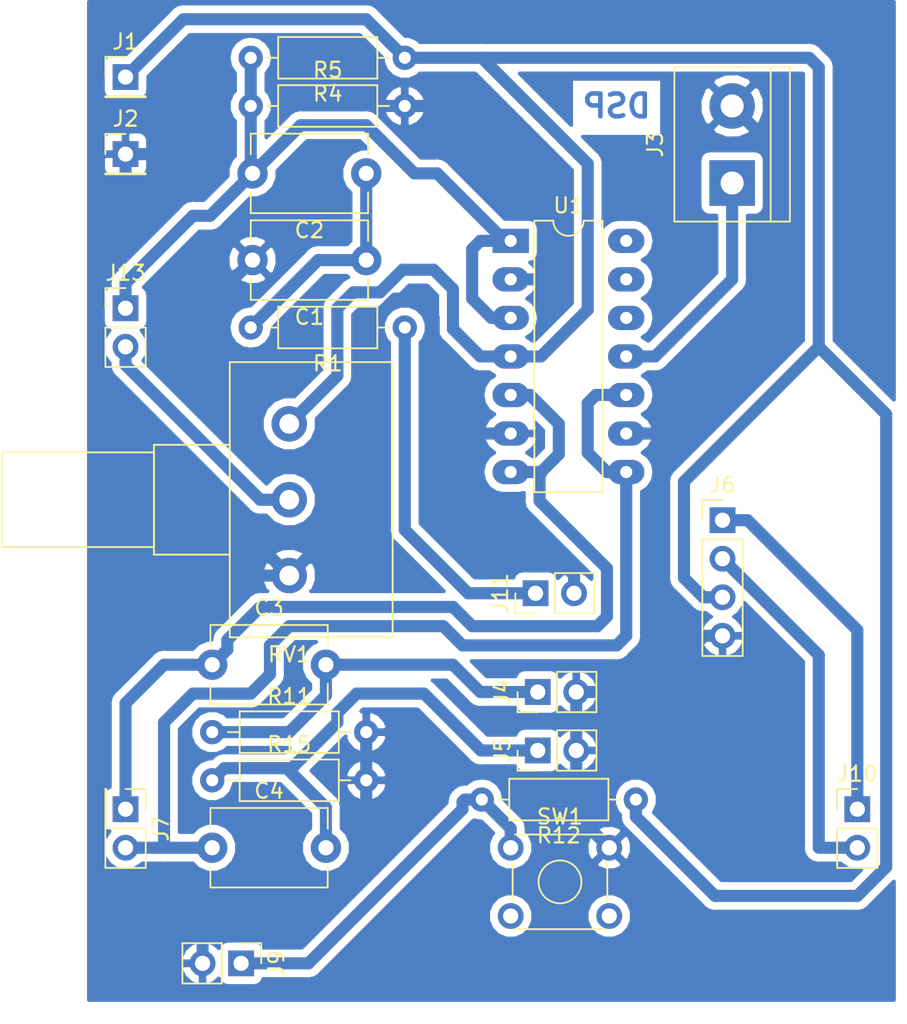
<source format=kicad_pcb>
(kicad_pcb (version 20171130) (host pcbnew "(5.0.0)")

  (general
    (thickness 1.6)
    (drawings 1)
    (tracks 187)
    (zones 0)
    (modules 24)
    (nets 15)
  )

  (page A4)
  (layers
    (0 F.Cu signal)
    (31 B.Cu signal)
    (32 B.Adhes user)
    (33 F.Adhes user)
    (34 B.Paste user)
    (35 F.Paste user)
    (36 B.SilkS user)
    (37 F.SilkS user hide)
    (38 B.Mask user)
    (39 F.Mask user)
    (40 Dwgs.User user)
    (41 Cmts.User user)
    (42 Eco1.User user)
    (43 Eco2.User user)
    (44 Edge.Cuts user)
    (45 Margin user)
    (46 B.CrtYd user)
    (47 F.CrtYd user)
    (48 B.Fab user)
    (49 F.Fab user)
  )

  (setup
    (last_trace_width 0.8)
    (trace_clearance 0.2)
    (zone_clearance 0.508)
    (zone_45_only no)
    (trace_min 0.2)
    (segment_width 0.2)
    (edge_width 0.15)
    (via_size 1.2)
    (via_drill 0.8)
    (via_min_size 0.4)
    (via_min_drill 0.3)
    (uvia_size 0.3)
    (uvia_drill 0.1)
    (uvias_allowed no)
    (uvia_min_size 0.2)
    (uvia_min_drill 0.1)
    (pcb_text_width 0.3)
    (pcb_text_size 1.5 1.5)
    (mod_edge_width 0.15)
    (mod_text_size 1 1)
    (mod_text_width 0.15)
    (pad_size 1.524 1.524)
    (pad_drill 0.762)
    (pad_to_mask_clearance 0.2)
    (aux_axis_origin 0 0)
    (visible_elements 7FFFFFFF)
    (pcbplotparams
      (layerselection 0x010fc_ffffffff)
      (usegerberextensions false)
      (usegerberattributes false)
      (usegerberadvancedattributes false)
      (creategerberjobfile false)
      (excludeedgelayer true)
      (linewidth 0.100000)
      (plotframeref false)
      (viasonmask false)
      (mode 1)
      (useauxorigin false)
      (hpglpennumber 1)
      (hpglpenspeed 20)
      (hpglpendiameter 15.000000)
      (psnegative false)
      (psa4output false)
      (plotreference true)
      (plotvalue true)
      (plotinvisibletext false)
      (padsonsilk false)
      (subtractmaskfromsilk false)
      (outputformat 1)
      (mirror false)
      (drillshape 1)
      (scaleselection 1)
      (outputdirectory ""))
  )

  (net 0 "")
  (net 1 GND)
  (net 2 "Net-(C1-Pad1)")
  (net 3 A1)
  (net 4 +3V3)
  (net 5 DAC0)
  (net 6 DAC1)
  (net 7 SDA)
  (net 8 SCL)
  (net 9 A0)
  (net 10 52)
  (net 11 Vin)
  (net 12 Vout0)
  (net 13 Vout1)
  (net 14 -3V3)

  (net_class Default "Esta es la clase de red por defecto."
    (clearance 0.2)
    (trace_width 0.8)
    (via_dia 1.2)
    (via_drill 0.8)
    (uvia_dia 0.3)
    (uvia_drill 0.1)
    (add_net +3V3)
    (add_net -3V3)
    (add_net 52)
    (add_net A0)
    (add_net A1)
    (add_net DAC0)
    (add_net DAC1)
    (add_net GND)
    (add_net "Net-(C1-Pad1)")
    (add_net SCL)
    (add_net SDA)
    (add_net Vin)
    (add_net Vout0)
    (add_net Vout1)
  )

  (module Capacitor_THT:C_Disc_D7.5mm_W5.0mm_P7.50mm (layer F.Cu) (tedit 5AE50EF0) (tstamp 5D3ABC0F)
    (at 135.89 89.535 180)
    (descr "C, Disc series, Radial, pin pitch=7.50mm, , diameter*width=7.5*5.0mm^2, Capacitor, http://www.vishay.com/docs/28535/vy2series.pdf")
    (tags "C Disc series Radial pin pitch 7.50mm  diameter 7.5mm width 5.0mm Capacitor")
    (path /5D2E22A1)
    (fp_text reference C1 (at 3.75 -3.75 180) (layer F.SilkS)
      (effects (font (size 1 1) (thickness 0.15)))
    )
    (fp_text value 10n (at 3.75 3.75 180) (layer F.Fab)
      (effects (font (size 1 1) (thickness 0.15)))
    )
    (fp_line (start 0 -2.5) (end 0 2.5) (layer F.Fab) (width 0.1))
    (fp_line (start 0 2.5) (end 7.5 2.5) (layer F.Fab) (width 0.1))
    (fp_line (start 7.5 2.5) (end 7.5 -2.5) (layer F.Fab) (width 0.1))
    (fp_line (start 7.5 -2.5) (end 0 -2.5) (layer F.Fab) (width 0.1))
    (fp_line (start -0.12 -2.62) (end 7.62 -2.62) (layer F.SilkS) (width 0.12))
    (fp_line (start -0.12 2.62) (end 7.62 2.62) (layer F.SilkS) (width 0.12))
    (fp_line (start -0.12 -2.62) (end -0.12 -1.256) (layer F.SilkS) (width 0.12))
    (fp_line (start -0.12 1.256) (end -0.12 2.62) (layer F.SilkS) (width 0.12))
    (fp_line (start 7.62 -2.62) (end 7.62 -1.256) (layer F.SilkS) (width 0.12))
    (fp_line (start 7.62 1.256) (end 7.62 2.62) (layer F.SilkS) (width 0.12))
    (fp_line (start -1.25 -2.75) (end -1.25 2.75) (layer F.CrtYd) (width 0.05))
    (fp_line (start -1.25 2.75) (end 8.75 2.75) (layer F.CrtYd) (width 0.05))
    (fp_line (start 8.75 2.75) (end 8.75 -2.75) (layer F.CrtYd) (width 0.05))
    (fp_line (start 8.75 -2.75) (end -1.25 -2.75) (layer F.CrtYd) (width 0.05))
    (fp_text user %R (at 3.75 0 180) (layer F.Fab)
      (effects (font (size 1 1) (thickness 0.15)))
    )
    (pad 1 thru_hole circle (at 0 0 180) (size 2 2) (drill 1) (layers *.Cu *.Mask)
      (net 2 "Net-(C1-Pad1)"))
    (pad 2 thru_hole circle (at 7.5 0 180) (size 2 2) (drill 1) (layers *.Cu *.Mask)
      (net 1 GND))
    (model ${KISYS3DMOD}/Capacitor_THT.3dshapes/C_Disc_D7.5mm_W5.0mm_P7.50mm.wrl
      (at (xyz 0 0 0))
      (scale (xyz 1 1 1))
      (rotate (xyz 0 0 0))
    )
  )

  (module Package_DIP:DIP-14_W7.62mm_LongPads (layer F.Cu) (tedit 5A02E8C5) (tstamp 5D2E2215)
    (at 145.415 88.265)
    (descr "14-lead though-hole mounted DIP package, row spacing 7.62 mm (300 mils), LongPads")
    (tags "THT DIP DIL PDIP 2.54mm 7.62mm 300mil LongPads")
    (path /5D2E03D0)
    (fp_text reference U1 (at 3.81 -2.33) (layer F.SilkS)
      (effects (font (size 1 1) (thickness 0.15)))
    )
    (fp_text value LM324 (at 3.81 17.57) (layer F.Fab)
      (effects (font (size 1 1) (thickness 0.15)))
    )
    (fp_arc (start 3.81 -1.33) (end 2.81 -1.33) (angle -180) (layer F.SilkS) (width 0.12))
    (fp_line (start 1.635 -1.27) (end 6.985 -1.27) (layer F.Fab) (width 0.1))
    (fp_line (start 6.985 -1.27) (end 6.985 16.51) (layer F.Fab) (width 0.1))
    (fp_line (start 6.985 16.51) (end 0.635 16.51) (layer F.Fab) (width 0.1))
    (fp_line (start 0.635 16.51) (end 0.635 -0.27) (layer F.Fab) (width 0.1))
    (fp_line (start 0.635 -0.27) (end 1.635 -1.27) (layer F.Fab) (width 0.1))
    (fp_line (start 2.81 -1.33) (end 1.56 -1.33) (layer F.SilkS) (width 0.12))
    (fp_line (start 1.56 -1.33) (end 1.56 16.57) (layer F.SilkS) (width 0.12))
    (fp_line (start 1.56 16.57) (end 6.06 16.57) (layer F.SilkS) (width 0.12))
    (fp_line (start 6.06 16.57) (end 6.06 -1.33) (layer F.SilkS) (width 0.12))
    (fp_line (start 6.06 -1.33) (end 4.81 -1.33) (layer F.SilkS) (width 0.12))
    (fp_line (start -1.45 -1.55) (end -1.45 16.8) (layer F.CrtYd) (width 0.05))
    (fp_line (start -1.45 16.8) (end 9.1 16.8) (layer F.CrtYd) (width 0.05))
    (fp_line (start 9.1 16.8) (end 9.1 -1.55) (layer F.CrtYd) (width 0.05))
    (fp_line (start 9.1 -1.55) (end -1.45 -1.55) (layer F.CrtYd) (width 0.05))
    (fp_text user %R (at 3.81 7.62) (layer F.Fab)
      (effects (font (size 1 1) (thickness 0.15)))
    )
    (pad 1 thru_hole rect (at 0 0) (size 2.4 1.6) (drill 0.8) (layers *.Cu *.Mask)
      (net 9 A0))
    (pad 8 thru_hole oval (at 7.62 15.24) (size 2.4 1.6) (drill 0.8) (layers *.Cu *.Mask)
      (net 6 DAC1))
    (pad 2 thru_hole oval (at 0 2.54) (size 2.4 1.6) (drill 0.8) (layers *.Cu *.Mask)
      (net 1 GND))
    (pad 9 thru_hole oval (at 7.62 12.7) (size 2.4 1.6) (drill 0.8) (layers *.Cu *.Mask)
      (net 1 GND))
    (pad 3 thru_hole oval (at 0 5.08) (size 2.4 1.6) (drill 0.8) (layers *.Cu *.Mask)
      (net 9 A0))
    (pad 10 thru_hole oval (at 7.62 10.16) (size 2.4 1.6) (drill 0.8) (layers *.Cu *.Mask)
      (net 6 DAC1))
    (pad 4 thru_hole oval (at 0 7.62) (size 2.4 1.6) (drill 0.8) (layers *.Cu *.Mask)
      (net 4 +3V3))
    (pad 11 thru_hole oval (at 7.62 7.62) (size 2.4 1.6) (drill 0.8) (layers *.Cu *.Mask)
      (net 14 -3V3))
    (pad 5 thru_hole oval (at 0 10.16) (size 2.4 1.6) (drill 0.8) (layers *.Cu *.Mask)
      (net 5 DAC0))
    (pad 12 thru_hole oval (at 7.62 5.08) (size 2.4 1.6) (drill 0.8) (layers *.Cu *.Mask))
    (pad 6 thru_hole oval (at 0 12.7) (size 2.4 1.6) (drill 0.8) (layers *.Cu *.Mask)
      (net 1 GND))
    (pad 13 thru_hole oval (at 7.62 2.54) (size 2.4 1.6) (drill 0.8) (layers *.Cu *.Mask))
    (pad 7 thru_hole oval (at 0 15.24) (size 2.4 1.6) (drill 0.8) (layers *.Cu *.Mask)
      (net 5 DAC0))
    (pad 14 thru_hole oval (at 7.62 0) (size 2.4 1.6) (drill 0.8) (layers *.Cu *.Mask))
    (model ${KISYS3DMOD}/Package_DIP.3dshapes/DIP-14_W7.62mm.wrl
      (at (xyz 0 0 0))
      (scale (xyz 1 1 1))
      (rotate (xyz 0 0 0))
    )
  )

  (module Connector_PinHeader_2.54mm:PinHeader_1x02_P2.54mm_Vertical (layer F.Cu) (tedit 59FED5CC) (tstamp 5D3ABD01)
    (at 127.635 135.89 270)
    (descr "Through hole straight pin header, 1x02, 2.54mm pitch, single row")
    (tags "Through hole pin header THT 1x02 2.54mm single row")
    (path /5D2FB9EF)
    (fp_text reference J9 (at 0 -2.33 270) (layer F.SilkS)
      (effects (font (size 1 1) (thickness 0.15)))
    )
    (fp_text value "Con boton" (at 0 4.87 270) (layer F.Fab)
      (effects (font (size 1 1) (thickness 0.15)))
    )
    (fp_line (start -0.635 -1.27) (end 1.27 -1.27) (layer F.Fab) (width 0.1))
    (fp_line (start 1.27 -1.27) (end 1.27 3.81) (layer F.Fab) (width 0.1))
    (fp_line (start 1.27 3.81) (end -1.27 3.81) (layer F.Fab) (width 0.1))
    (fp_line (start -1.27 3.81) (end -1.27 -0.635) (layer F.Fab) (width 0.1))
    (fp_line (start -1.27 -0.635) (end -0.635 -1.27) (layer F.Fab) (width 0.1))
    (fp_line (start -1.33 3.87) (end 1.33 3.87) (layer F.SilkS) (width 0.12))
    (fp_line (start -1.33 1.27) (end -1.33 3.87) (layer F.SilkS) (width 0.12))
    (fp_line (start 1.33 1.27) (end 1.33 3.87) (layer F.SilkS) (width 0.12))
    (fp_line (start -1.33 1.27) (end 1.33 1.27) (layer F.SilkS) (width 0.12))
    (fp_line (start -1.33 0) (end -1.33 -1.33) (layer F.SilkS) (width 0.12))
    (fp_line (start -1.33 -1.33) (end 0 -1.33) (layer F.SilkS) (width 0.12))
    (fp_line (start -1.8 -1.8) (end -1.8 4.35) (layer F.CrtYd) (width 0.05))
    (fp_line (start -1.8 4.35) (end 1.8 4.35) (layer F.CrtYd) (width 0.05))
    (fp_line (start 1.8 4.35) (end 1.8 -1.8) (layer F.CrtYd) (width 0.05))
    (fp_line (start 1.8 -1.8) (end -1.8 -1.8) (layer F.CrtYd) (width 0.05))
    (fp_text user %R (at 0 1.27) (layer F.Fab)
      (effects (font (size 1 1) (thickness 0.15)))
    )
    (pad 1 thru_hole rect (at 0 0 270) (size 1.7 1.7) (drill 1) (layers *.Cu *.Mask)
      (net 10 52))
    (pad 2 thru_hole oval (at 0 2.54 270) (size 1.7 1.7) (drill 1) (layers *.Cu *.Mask)
      (net 1 GND))
    (model ${KISYS3DMOD}/Connector_PinHeader_2.54mm.3dshapes/PinHeader_1x02_P2.54mm_Vertical.wrl
      (at (xyz 0 0 0))
      (scale (xyz 1 1 1))
      (rotate (xyz 0 0 0))
    )
  )

  (module Capacitor_THT:C_Disc_D7.5mm_W5.0mm_P7.50mm (layer F.Cu) (tedit 5AE50EF0) (tstamp 5D3ABC24)
    (at 135.89 83.82 180)
    (descr "C, Disc series, Radial, pin pitch=7.50mm, , diameter*width=7.5*5.0mm^2, Capacitor, http://www.vishay.com/docs/28535/vy2series.pdf")
    (tags "C Disc series Radial pin pitch 7.50mm  diameter 7.5mm width 5.0mm Capacitor")
    (path /5D2E2310)
    (fp_text reference C2 (at 3.75 -3.75 180) (layer F.SilkS)
      (effects (font (size 1 1) (thickness 0.15)))
    )
    (fp_text value 100n (at 3.75 3.75 180) (layer F.Fab)
      (effects (font (size 1 1) (thickness 0.15)))
    )
    (fp_line (start 0 -2.5) (end 0 2.5) (layer F.Fab) (width 0.1))
    (fp_line (start 0 2.5) (end 7.5 2.5) (layer F.Fab) (width 0.1))
    (fp_line (start 7.5 2.5) (end 7.5 -2.5) (layer F.Fab) (width 0.1))
    (fp_line (start 7.5 -2.5) (end 0 -2.5) (layer F.Fab) (width 0.1))
    (fp_line (start -0.12 -2.62) (end 7.62 -2.62) (layer F.SilkS) (width 0.12))
    (fp_line (start -0.12 2.62) (end 7.62 2.62) (layer F.SilkS) (width 0.12))
    (fp_line (start -0.12 -2.62) (end -0.12 -1.256) (layer F.SilkS) (width 0.12))
    (fp_line (start -0.12 1.256) (end -0.12 2.62) (layer F.SilkS) (width 0.12))
    (fp_line (start 7.62 -2.62) (end 7.62 -1.256) (layer F.SilkS) (width 0.12))
    (fp_line (start 7.62 1.256) (end 7.62 2.62) (layer F.SilkS) (width 0.12))
    (fp_line (start -1.25 -2.75) (end -1.25 2.75) (layer F.CrtYd) (width 0.05))
    (fp_line (start -1.25 2.75) (end 8.75 2.75) (layer F.CrtYd) (width 0.05))
    (fp_line (start 8.75 2.75) (end 8.75 -2.75) (layer F.CrtYd) (width 0.05))
    (fp_line (start 8.75 -2.75) (end -1.25 -2.75) (layer F.CrtYd) (width 0.05))
    (fp_text user %R (at 3.75 0 180) (layer F.Fab)
      (effects (font (size 1 1) (thickness 0.15)))
    )
    (pad 1 thru_hole circle (at 0 0 180) (size 2 2) (drill 1) (layers *.Cu *.Mask)
      (net 2 "Net-(C1-Pad1)"))
    (pad 2 thru_hole circle (at 7.5 0 180) (size 2 2) (drill 1) (layers *.Cu *.Mask)
      (net 9 A0))
    (model ${KISYS3DMOD}/Capacitor_THT.3dshapes/C_Disc_D7.5mm_W5.0mm_P7.50mm.wrl
      (at (xyz 0 0 0))
      (scale (xyz 1 1 1))
      (rotate (xyz 0 0 0))
    )
  )

  (module Capacitor_THT:C_Disc_D7.5mm_W5.0mm_P7.50mm (layer F.Cu) (tedit 5AE50EF0) (tstamp 5D3ABC39)
    (at 125.73 116.205)
    (descr "C, Disc series, Radial, pin pitch=7.50mm, , diameter*width=7.5*5.0mm^2, Capacitor, http://www.vishay.com/docs/28535/vy2series.pdf")
    (tags "C Disc series Radial pin pitch 7.50mm  diameter 7.5mm width 5.0mm Capacitor")
    (path /5D2E224A)
    (fp_text reference C3 (at 3.75 -3.75) (layer F.SilkS)
      (effects (font (size 1 1) (thickness 0.15)))
    )
    (fp_text value 33n (at 3.75 3.75) (layer F.Fab)
      (effects (font (size 1 1) (thickness 0.15)))
    )
    (fp_line (start 0 -2.5) (end 0 2.5) (layer F.Fab) (width 0.1))
    (fp_line (start 0 2.5) (end 7.5 2.5) (layer F.Fab) (width 0.1))
    (fp_line (start 7.5 2.5) (end 7.5 -2.5) (layer F.Fab) (width 0.1))
    (fp_line (start 7.5 -2.5) (end 0 -2.5) (layer F.Fab) (width 0.1))
    (fp_line (start -0.12 -2.62) (end 7.62 -2.62) (layer F.SilkS) (width 0.12))
    (fp_line (start -0.12 2.62) (end 7.62 2.62) (layer F.SilkS) (width 0.12))
    (fp_line (start -0.12 -2.62) (end -0.12 -1.256) (layer F.SilkS) (width 0.12))
    (fp_line (start -0.12 1.256) (end -0.12 2.62) (layer F.SilkS) (width 0.12))
    (fp_line (start 7.62 -2.62) (end 7.62 -1.256) (layer F.SilkS) (width 0.12))
    (fp_line (start 7.62 1.256) (end 7.62 2.62) (layer F.SilkS) (width 0.12))
    (fp_line (start -1.25 -2.75) (end -1.25 2.75) (layer F.CrtYd) (width 0.05))
    (fp_line (start -1.25 2.75) (end 8.75 2.75) (layer F.CrtYd) (width 0.05))
    (fp_line (start 8.75 2.75) (end 8.75 -2.75) (layer F.CrtYd) (width 0.05))
    (fp_line (start 8.75 -2.75) (end -1.25 -2.75) (layer F.CrtYd) (width 0.05))
    (fp_text user %R (at 3.75 0) (layer F.Fab)
      (effects (font (size 1 1) (thickness 0.15)))
    )
    (pad 1 thru_hole circle (at 0 0) (size 2 2) (drill 1) (layers *.Cu *.Mask)
      (net 5 DAC0))
    (pad 2 thru_hole circle (at 7.5 0) (size 2 2) (drill 1) (layers *.Cu *.Mask)
      (net 12 Vout0))
    (model ${KISYS3DMOD}/Capacitor_THT.3dshapes/C_Disc_D7.5mm_W5.0mm_P7.50mm.wrl
      (at (xyz 0 0 0))
      (scale (xyz 1 1 1))
      (rotate (xyz 0 0 0))
    )
  )

  (module Connector_PinHeader_2.54mm:PinHeader_1x01_P2.54mm_Vertical (layer F.Cu) (tedit 59FED5CC) (tstamp 5D3ABC4E)
    (at 120.015 77.47)
    (descr "Through hole straight pin header, 1x01, 2.54mm pitch, single row")
    (tags "Through hole pin header THT 1x01 2.54mm single row")
    (path /5D2E0720)
    (fp_text reference J1 (at 0 -2.33) (layer F.SilkS)
      (effects (font (size 1 1) (thickness 0.15)))
    )
    (fp_text value 3.3v (at 0 2.33) (layer F.Fab)
      (effects (font (size 1 1) (thickness 0.15)))
    )
    (fp_line (start -0.635 -1.27) (end 1.27 -1.27) (layer F.Fab) (width 0.1))
    (fp_line (start 1.27 -1.27) (end 1.27 1.27) (layer F.Fab) (width 0.1))
    (fp_line (start 1.27 1.27) (end -1.27 1.27) (layer F.Fab) (width 0.1))
    (fp_line (start -1.27 1.27) (end -1.27 -0.635) (layer F.Fab) (width 0.1))
    (fp_line (start -1.27 -0.635) (end -0.635 -1.27) (layer F.Fab) (width 0.1))
    (fp_line (start -1.33 1.33) (end 1.33 1.33) (layer F.SilkS) (width 0.12))
    (fp_line (start -1.33 1.27) (end -1.33 1.33) (layer F.SilkS) (width 0.12))
    (fp_line (start 1.33 1.27) (end 1.33 1.33) (layer F.SilkS) (width 0.12))
    (fp_line (start -1.33 1.27) (end 1.33 1.27) (layer F.SilkS) (width 0.12))
    (fp_line (start -1.33 0) (end -1.33 -1.33) (layer F.SilkS) (width 0.12))
    (fp_line (start -1.33 -1.33) (end 0 -1.33) (layer F.SilkS) (width 0.12))
    (fp_line (start -1.8 -1.8) (end -1.8 1.8) (layer F.CrtYd) (width 0.05))
    (fp_line (start -1.8 1.8) (end 1.8 1.8) (layer F.CrtYd) (width 0.05))
    (fp_line (start 1.8 1.8) (end 1.8 -1.8) (layer F.CrtYd) (width 0.05))
    (fp_line (start 1.8 -1.8) (end -1.8 -1.8) (layer F.CrtYd) (width 0.05))
    (fp_text user %R (at 0 0 90) (layer F.Fab)
      (effects (font (size 1 1) (thickness 0.15)))
    )
    (pad 1 thru_hole rect (at 0 0) (size 1.7 1.7) (drill 1) (layers *.Cu *.Mask)
      (net 4 +3V3))
    (model ${KISYS3DMOD}/Connector_PinHeader_2.54mm.3dshapes/PinHeader_1x01_P2.54mm_Vertical.wrl
      (at (xyz 0 0 0))
      (scale (xyz 1 1 1))
      (rotate (xyz 0 0 0))
    )
  )

  (module Connector_PinHeader_2.54mm:PinHeader_1x01_P2.54mm_Vertical (layer F.Cu) (tedit 59FED5CC) (tstamp 5D3ABC63)
    (at 120.015 82.55)
    (descr "Through hole straight pin header, 1x01, 2.54mm pitch, single row")
    (tags "Through hole pin header THT 1x01 2.54mm single row")
    (path /5D2E0786)
    (fp_text reference J2 (at 0 -2.33) (layer F.SilkS)
      (effects (font (size 1 1) (thickness 0.15)))
    )
    (fp_text value GND (at 0 2.33) (layer F.Fab)
      (effects (font (size 1 1) (thickness 0.15)))
    )
    (fp_text user %R (at 0 0 90) (layer F.Fab)
      (effects (font (size 1 1) (thickness 0.15)))
    )
    (fp_line (start 1.8 -1.8) (end -1.8 -1.8) (layer F.CrtYd) (width 0.05))
    (fp_line (start 1.8 1.8) (end 1.8 -1.8) (layer F.CrtYd) (width 0.05))
    (fp_line (start -1.8 1.8) (end 1.8 1.8) (layer F.CrtYd) (width 0.05))
    (fp_line (start -1.8 -1.8) (end -1.8 1.8) (layer F.CrtYd) (width 0.05))
    (fp_line (start -1.33 -1.33) (end 0 -1.33) (layer F.SilkS) (width 0.12))
    (fp_line (start -1.33 0) (end -1.33 -1.33) (layer F.SilkS) (width 0.12))
    (fp_line (start -1.33 1.27) (end 1.33 1.27) (layer F.SilkS) (width 0.12))
    (fp_line (start 1.33 1.27) (end 1.33 1.33) (layer F.SilkS) (width 0.12))
    (fp_line (start -1.33 1.27) (end -1.33 1.33) (layer F.SilkS) (width 0.12))
    (fp_line (start -1.33 1.33) (end 1.33 1.33) (layer F.SilkS) (width 0.12))
    (fp_line (start -1.27 -0.635) (end -0.635 -1.27) (layer F.Fab) (width 0.1))
    (fp_line (start -1.27 1.27) (end -1.27 -0.635) (layer F.Fab) (width 0.1))
    (fp_line (start 1.27 1.27) (end -1.27 1.27) (layer F.Fab) (width 0.1))
    (fp_line (start 1.27 -1.27) (end 1.27 1.27) (layer F.Fab) (width 0.1))
    (fp_line (start -0.635 -1.27) (end 1.27 -1.27) (layer F.Fab) (width 0.1))
    (pad 1 thru_hole rect (at 0 0) (size 1.7 1.7) (drill 1) (layers *.Cu *.Mask)
      (net 1 GND))
    (model ${KISYS3DMOD}/Connector_PinHeader_2.54mm.3dshapes/PinHeader_1x01_P2.54mm_Vertical.wrl
      (at (xyz 0 0 0))
      (scale (xyz 1 1 1))
      (rotate (xyz 0 0 0))
    )
  )

  (module TerminalBlock:TerminalBlock_bornier-2_P5.08mm (layer F.Cu) (tedit 59FF03AB) (tstamp 5D3ABC78)
    (at 160.02 84.455 90)
    (descr "simple 2-pin terminal block, pitch 5.08mm, revamped version of bornier2")
    (tags "terminal block bornier2")
    (path /5D2E0AE8)
    (fp_text reference J3 (at 2.54 -5.08 90) (layer F.SilkS)
      (effects (font (size 1 1) (thickness 0.15)))
    )
    (fp_text value "GND -3.3v" (at 2.54 5.08 90) (layer F.Fab)
      (effects (font (size 1 1) (thickness 0.15)))
    )
    (fp_text user %R (at 2.54 0 90) (layer F.Fab)
      (effects (font (size 1 1) (thickness 0.15)))
    )
    (fp_line (start -2.41 2.55) (end 7.49 2.55) (layer F.Fab) (width 0.1))
    (fp_line (start -2.46 -3.75) (end -2.46 3.75) (layer F.Fab) (width 0.1))
    (fp_line (start -2.46 3.75) (end 7.54 3.75) (layer F.Fab) (width 0.1))
    (fp_line (start 7.54 3.75) (end 7.54 -3.75) (layer F.Fab) (width 0.1))
    (fp_line (start 7.54 -3.75) (end -2.46 -3.75) (layer F.Fab) (width 0.1))
    (fp_line (start 7.62 2.54) (end -2.54 2.54) (layer F.SilkS) (width 0.12))
    (fp_line (start 7.62 3.81) (end 7.62 -3.81) (layer F.SilkS) (width 0.12))
    (fp_line (start 7.62 -3.81) (end -2.54 -3.81) (layer F.SilkS) (width 0.12))
    (fp_line (start -2.54 -3.81) (end -2.54 3.81) (layer F.SilkS) (width 0.12))
    (fp_line (start -2.54 3.81) (end 7.62 3.81) (layer F.SilkS) (width 0.12))
    (fp_line (start -2.71 -4) (end 7.79 -4) (layer F.CrtYd) (width 0.05))
    (fp_line (start -2.71 -4) (end -2.71 4) (layer F.CrtYd) (width 0.05))
    (fp_line (start 7.79 4) (end 7.79 -4) (layer F.CrtYd) (width 0.05))
    (fp_line (start 7.79 4) (end -2.71 4) (layer F.CrtYd) (width 0.05))
    (pad 1 thru_hole rect (at 0 0 90) (size 3 3) (drill 1.52) (layers *.Cu *.Mask)
      (net 14 -3V3))
    (pad 2 thru_hole circle (at 5.08 0 90) (size 3 3) (drill 1.52) (layers *.Cu *.Mask)
      (net 1 GND))
    (model ${KISYS3DMOD}/TerminalBlock.3dshapes/TerminalBlock_bornier-2_P5.08mm.wrl
      (offset (xyz 2.539999961853027 0 0))
      (scale (xyz 1 1 1))
      (rotate (xyz 0 0 0))
    )
  )

  (module Connector_PinHeader_2.54mm:PinHeader_1x02_P2.54mm_Vertical (layer F.Cu) (tedit 59FED5CC) (tstamp 5D3ABC8E)
    (at 147.199157 118.004265 90)
    (descr "Through hole straight pin header, 1x02, 2.54mm pitch, single row")
    (tags "Through hole pin header THT 1x02 2.54mm single row")
    (path /5D2E0C9C)
    (fp_text reference J4 (at 0 -2.33 90) (layer F.SilkS)
      (effects (font (size 1 1) (thickness 0.15)))
    )
    (fp_text value DAC0 (at 0 4.87 90) (layer F.Fab)
      (effects (font (size 1 1) (thickness 0.15)))
    )
    (fp_text user %R (at 0 1.27 180) (layer F.Fab)
      (effects (font (size 1 1) (thickness 0.15)))
    )
    (fp_line (start 1.8 -1.8) (end -1.8 -1.8) (layer F.CrtYd) (width 0.05))
    (fp_line (start 1.8 4.35) (end 1.8 -1.8) (layer F.CrtYd) (width 0.05))
    (fp_line (start -1.8 4.35) (end 1.8 4.35) (layer F.CrtYd) (width 0.05))
    (fp_line (start -1.8 -1.8) (end -1.8 4.35) (layer F.CrtYd) (width 0.05))
    (fp_line (start -1.33 -1.33) (end 0 -1.33) (layer F.SilkS) (width 0.12))
    (fp_line (start -1.33 0) (end -1.33 -1.33) (layer F.SilkS) (width 0.12))
    (fp_line (start -1.33 1.27) (end 1.33 1.27) (layer F.SilkS) (width 0.12))
    (fp_line (start 1.33 1.27) (end 1.33 3.87) (layer F.SilkS) (width 0.12))
    (fp_line (start -1.33 1.27) (end -1.33 3.87) (layer F.SilkS) (width 0.12))
    (fp_line (start -1.33 3.87) (end 1.33 3.87) (layer F.SilkS) (width 0.12))
    (fp_line (start -1.27 -0.635) (end -0.635 -1.27) (layer F.Fab) (width 0.1))
    (fp_line (start -1.27 3.81) (end -1.27 -0.635) (layer F.Fab) (width 0.1))
    (fp_line (start 1.27 3.81) (end -1.27 3.81) (layer F.Fab) (width 0.1))
    (fp_line (start 1.27 -1.27) (end 1.27 3.81) (layer F.Fab) (width 0.1))
    (fp_line (start -0.635 -1.27) (end 1.27 -1.27) (layer F.Fab) (width 0.1))
    (pad 2 thru_hole oval (at 0 2.54 90) (size 1.7 1.7) (drill 1) (layers *.Cu *.Mask)
      (net 1 GND))
    (pad 1 thru_hole rect (at 0 0 90) (size 1.7 1.7) (drill 1) (layers *.Cu *.Mask)
      (net 12 Vout0))
    (model ${KISYS3DMOD}/Connector_PinHeader_2.54mm.3dshapes/PinHeader_1x02_P2.54mm_Vertical.wrl
      (at (xyz 0 0 0))
      (scale (xyz 1 1 1))
      (rotate (xyz 0 0 0))
    )
  )

  (module Connector_PinHeader_2.54mm:PinHeader_1x02_P2.54mm_Vertical (layer F.Cu) (tedit 59FED5CC) (tstamp 5D3ABCA4)
    (at 147.199157 121.859736 90)
    (descr "Through hole straight pin header, 1x02, 2.54mm pitch, single row")
    (tags "Through hole pin header THT 1x02 2.54mm single row")
    (path /5D2FF655)
    (fp_text reference J5 (at 0 -2.33 90) (layer F.SilkS)
      (effects (font (size 1 1) (thickness 0.15)))
    )
    (fp_text value DAC1 (at 0 4.87 90) (layer F.Fab)
      (effects (font (size 1 1) (thickness 0.15)))
    )
    (fp_text user %R (at 0 1.27 180) (layer F.Fab)
      (effects (font (size 1 1) (thickness 0.15)))
    )
    (fp_line (start 1.8 -1.8) (end -1.8 -1.8) (layer F.CrtYd) (width 0.05))
    (fp_line (start 1.8 4.35) (end 1.8 -1.8) (layer F.CrtYd) (width 0.05))
    (fp_line (start -1.8 4.35) (end 1.8 4.35) (layer F.CrtYd) (width 0.05))
    (fp_line (start -1.8 -1.8) (end -1.8 4.35) (layer F.CrtYd) (width 0.05))
    (fp_line (start -1.33 -1.33) (end 0 -1.33) (layer F.SilkS) (width 0.12))
    (fp_line (start -1.33 0) (end -1.33 -1.33) (layer F.SilkS) (width 0.12))
    (fp_line (start -1.33 1.27) (end 1.33 1.27) (layer F.SilkS) (width 0.12))
    (fp_line (start 1.33 1.27) (end 1.33 3.87) (layer F.SilkS) (width 0.12))
    (fp_line (start -1.33 1.27) (end -1.33 3.87) (layer F.SilkS) (width 0.12))
    (fp_line (start -1.33 3.87) (end 1.33 3.87) (layer F.SilkS) (width 0.12))
    (fp_line (start -1.27 -0.635) (end -0.635 -1.27) (layer F.Fab) (width 0.1))
    (fp_line (start -1.27 3.81) (end -1.27 -0.635) (layer F.Fab) (width 0.1))
    (fp_line (start 1.27 3.81) (end -1.27 3.81) (layer F.Fab) (width 0.1))
    (fp_line (start 1.27 -1.27) (end 1.27 3.81) (layer F.Fab) (width 0.1))
    (fp_line (start -0.635 -1.27) (end 1.27 -1.27) (layer F.Fab) (width 0.1))
    (pad 2 thru_hole oval (at 0 2.54 90) (size 1.7 1.7) (drill 1) (layers *.Cu *.Mask)
      (net 1 GND))
    (pad 1 thru_hole rect (at 0 0 90) (size 1.7 1.7) (drill 1) (layers *.Cu *.Mask)
      (net 13 Vout1))
    (model ${KISYS3DMOD}/Connector_PinHeader_2.54mm.3dshapes/PinHeader_1x02_P2.54mm_Vertical.wrl
      (at (xyz 0 0 0))
      (scale (xyz 1 1 1))
      (rotate (xyz 0 0 0))
    )
  )

  (module Connector_PinHeader_2.54mm:PinHeader_1x04_P2.54mm_Vertical (layer F.Cu) (tedit 59FED5CC) (tstamp 5D3ABCBC)
    (at 159.385 106.68)
    (descr "Through hole straight pin header, 1x04, 2.54mm pitch, single row")
    (tags "Through hole pin header THT 1x04 2.54mm single row")
    (path /5D2E0A1D)
    (fp_text reference J6 (at 0 -2.33) (layer F.SilkS)
      (effects (font (size 1 1) (thickness 0.15)))
    )
    (fp_text value OLED (at 0 9.95) (layer F.Fab)
      (effects (font (size 1 1) (thickness 0.15)))
    )
    (fp_line (start -0.635 -1.27) (end 1.27 -1.27) (layer F.Fab) (width 0.1))
    (fp_line (start 1.27 -1.27) (end 1.27 8.89) (layer F.Fab) (width 0.1))
    (fp_line (start 1.27 8.89) (end -1.27 8.89) (layer F.Fab) (width 0.1))
    (fp_line (start -1.27 8.89) (end -1.27 -0.635) (layer F.Fab) (width 0.1))
    (fp_line (start -1.27 -0.635) (end -0.635 -1.27) (layer F.Fab) (width 0.1))
    (fp_line (start -1.33 8.95) (end 1.33 8.95) (layer F.SilkS) (width 0.12))
    (fp_line (start -1.33 1.27) (end -1.33 8.95) (layer F.SilkS) (width 0.12))
    (fp_line (start 1.33 1.27) (end 1.33 8.95) (layer F.SilkS) (width 0.12))
    (fp_line (start -1.33 1.27) (end 1.33 1.27) (layer F.SilkS) (width 0.12))
    (fp_line (start -1.33 0) (end -1.33 -1.33) (layer F.SilkS) (width 0.12))
    (fp_line (start -1.33 -1.33) (end 0 -1.33) (layer F.SilkS) (width 0.12))
    (fp_line (start -1.8 -1.8) (end -1.8 9.4) (layer F.CrtYd) (width 0.05))
    (fp_line (start -1.8 9.4) (end 1.8 9.4) (layer F.CrtYd) (width 0.05))
    (fp_line (start 1.8 9.4) (end 1.8 -1.8) (layer F.CrtYd) (width 0.05))
    (fp_line (start 1.8 -1.8) (end -1.8 -1.8) (layer F.CrtYd) (width 0.05))
    (fp_text user %R (at 0 3.81 90) (layer F.Fab)
      (effects (font (size 1 1) (thickness 0.15)))
    )
    (pad 1 thru_hole rect (at 0 0) (size 1.7 1.7) (drill 1) (layers *.Cu *.Mask)
      (net 7 SDA))
    (pad 2 thru_hole oval (at 0 2.54) (size 1.7 1.7) (drill 1) (layers *.Cu *.Mask)
      (net 8 SCL))
    (pad 3 thru_hole oval (at 0 5.08) (size 1.7 1.7) (drill 1) (layers *.Cu *.Mask)
      (net 4 +3V3))
    (pad 4 thru_hole oval (at 0 7.62) (size 1.7 1.7) (drill 1) (layers *.Cu *.Mask)
      (net 1 GND))
    (model ${KISYS3DMOD}/Connector_PinHeader_2.54mm.3dshapes/PinHeader_1x04_P2.54mm_Vertical.wrl
      (at (xyz 0 0 0))
      (scale (xyz 1 1 1))
      (rotate (xyz 0 0 0))
    )
  )

  (module Connector_PinHeader_2.54mm:PinHeader_2x01_P2.54mm_Vertical (layer F.Cu) (tedit 59FED5CC) (tstamp 5D3ABCD4)
    (at 120.015 125.73 270)
    (descr "Through hole straight pin header, 2x01, 2.54mm pitch, double rows")
    (tags "Through hole pin header THT 2x01 2.54mm double row")
    (path /5D3015C9)
    (fp_text reference J7 (at 1.27 -2.33 270) (layer F.SilkS)
      (effects (font (size 1 1) (thickness 0.15)))
    )
    (fp_text value "DAC0 DAC1" (at 1.27 2.33 270) (layer F.Fab)
      (effects (font (size 1 1) (thickness 0.15)))
    )
    (fp_line (start 0 -1.27) (end 3.81 -1.27) (layer F.Fab) (width 0.1))
    (fp_line (start 3.81 -1.27) (end 3.81 1.27) (layer F.Fab) (width 0.1))
    (fp_line (start 3.81 1.27) (end -1.27 1.27) (layer F.Fab) (width 0.1))
    (fp_line (start -1.27 1.27) (end -1.27 0) (layer F.Fab) (width 0.1))
    (fp_line (start -1.27 0) (end 0 -1.27) (layer F.Fab) (width 0.1))
    (fp_line (start -1.33 1.33) (end 3.87 1.33) (layer F.SilkS) (width 0.12))
    (fp_line (start -1.33 1.27) (end -1.33 1.33) (layer F.SilkS) (width 0.12))
    (fp_line (start 3.87 -1.33) (end 3.87 1.33) (layer F.SilkS) (width 0.12))
    (fp_line (start -1.33 1.27) (end 1.27 1.27) (layer F.SilkS) (width 0.12))
    (fp_line (start 1.27 1.27) (end 1.27 -1.33) (layer F.SilkS) (width 0.12))
    (fp_line (start 1.27 -1.33) (end 3.87 -1.33) (layer F.SilkS) (width 0.12))
    (fp_line (start -1.33 0) (end -1.33 -1.33) (layer F.SilkS) (width 0.12))
    (fp_line (start -1.33 -1.33) (end 0 -1.33) (layer F.SilkS) (width 0.12))
    (fp_line (start -1.8 -1.8) (end -1.8 1.8) (layer F.CrtYd) (width 0.05))
    (fp_line (start -1.8 1.8) (end 4.35 1.8) (layer F.CrtYd) (width 0.05))
    (fp_line (start 4.35 1.8) (end 4.35 -1.8) (layer F.CrtYd) (width 0.05))
    (fp_line (start 4.35 -1.8) (end -1.8 -1.8) (layer F.CrtYd) (width 0.05))
    (fp_text user %R (at 1.27 0) (layer F.Fab)
      (effects (font (size 1 1) (thickness 0.15)))
    )
    (pad 1 thru_hole rect (at 0 0 270) (size 1.7 1.7) (drill 1) (layers *.Cu *.Mask)
      (net 5 DAC0))
    (pad 2 thru_hole oval (at 2.54 0 270) (size 1.7 1.7) (drill 1) (layers *.Cu *.Mask)
      (net 6 DAC1))
    (model ${KISYS3DMOD}/Connector_PinHeader_2.54mm.3dshapes/PinHeader_2x01_P2.54mm_Vertical.wrl
      (at (xyz 0 0 0))
      (scale (xyz 1 1 1))
      (rotate (xyz 0 0 0))
    )
  )

  (module Connector_PinHeader_2.54mm:PinHeader_1x02_P2.54mm_Vertical (layer F.Cu) (tedit 59FED5CC) (tstamp 5D3ABD17)
    (at 168.275 125.73)
    (descr "Through hole straight pin header, 1x02, 2.54mm pitch, single row")
    (tags "Through hole pin header THT 1x02 2.54mm single row")
    (path /5D2E09AC)
    (fp_text reference J10 (at 0 -2.33) (layer F.SilkS)
      (effects (font (size 1 1) (thickness 0.15)))
    )
    (fp_text value "SDA SCL" (at 0 4.87) (layer F.Fab)
      (effects (font (size 1 1) (thickness 0.15)))
    )
    (fp_line (start -0.635 -1.27) (end 1.27 -1.27) (layer F.Fab) (width 0.1))
    (fp_line (start 1.27 -1.27) (end 1.27 3.81) (layer F.Fab) (width 0.1))
    (fp_line (start 1.27 3.81) (end -1.27 3.81) (layer F.Fab) (width 0.1))
    (fp_line (start -1.27 3.81) (end -1.27 -0.635) (layer F.Fab) (width 0.1))
    (fp_line (start -1.27 -0.635) (end -0.635 -1.27) (layer F.Fab) (width 0.1))
    (fp_line (start -1.33 3.87) (end 1.33 3.87) (layer F.SilkS) (width 0.12))
    (fp_line (start -1.33 1.27) (end -1.33 3.87) (layer F.SilkS) (width 0.12))
    (fp_line (start 1.33 1.27) (end 1.33 3.87) (layer F.SilkS) (width 0.12))
    (fp_line (start -1.33 1.27) (end 1.33 1.27) (layer F.SilkS) (width 0.12))
    (fp_line (start -1.33 0) (end -1.33 -1.33) (layer F.SilkS) (width 0.12))
    (fp_line (start -1.33 -1.33) (end 0 -1.33) (layer F.SilkS) (width 0.12))
    (fp_line (start -1.8 -1.8) (end -1.8 4.35) (layer F.CrtYd) (width 0.05))
    (fp_line (start -1.8 4.35) (end 1.8 4.35) (layer F.CrtYd) (width 0.05))
    (fp_line (start 1.8 4.35) (end 1.8 -1.8) (layer F.CrtYd) (width 0.05))
    (fp_line (start 1.8 -1.8) (end -1.8 -1.8) (layer F.CrtYd) (width 0.05))
    (fp_text user %R (at 0 1.27 90) (layer F.Fab)
      (effects (font (size 1 1) (thickness 0.15)))
    )
    (pad 1 thru_hole rect (at 0 0) (size 1.7 1.7) (drill 1) (layers *.Cu *.Mask)
      (net 7 SDA))
    (pad 2 thru_hole oval (at 0 2.54) (size 1.7 1.7) (drill 1) (layers *.Cu *.Mask)
      (net 8 SCL))
    (model ${KISYS3DMOD}/Connector_PinHeader_2.54mm.3dshapes/PinHeader_1x02_P2.54mm_Vertical.wrl
      (at (xyz 0 0 0))
      (scale (xyz 1 1 1))
      (rotate (xyz 0 0 0))
    )
  )

  (module Connector_PinHeader_2.54mm:PinHeader_1x02_P2.54mm_Vertical (layer F.Cu) (tedit 59FED5CC) (tstamp 5D3ABD2D)
    (at 147.054084 111.495595 90)
    (descr "Through hole straight pin header, 1x02, 2.54mm pitch, single row")
    (tags "Through hole pin header THT 1x02 2.54mm single row")
    (path /5D2E28DE)
    (fp_text reference J11 (at 0 -2.33 90) (layer F.SilkS)
      (effects (font (size 1 1) (thickness 0.15)))
    )
    (fp_text value "Audio IN" (at 0 4.87 90) (layer F.Fab)
      (effects (font (size 1 1) (thickness 0.15)))
    )
    (fp_text user %R (at 0 1.27 180) (layer F.Fab)
      (effects (font (size 1 1) (thickness 0.15)))
    )
    (fp_line (start 1.8 -1.8) (end -1.8 -1.8) (layer F.CrtYd) (width 0.05))
    (fp_line (start 1.8 4.35) (end 1.8 -1.8) (layer F.CrtYd) (width 0.05))
    (fp_line (start -1.8 4.35) (end 1.8 4.35) (layer F.CrtYd) (width 0.05))
    (fp_line (start -1.8 -1.8) (end -1.8 4.35) (layer F.CrtYd) (width 0.05))
    (fp_line (start -1.33 -1.33) (end 0 -1.33) (layer F.SilkS) (width 0.12))
    (fp_line (start -1.33 0) (end -1.33 -1.33) (layer F.SilkS) (width 0.12))
    (fp_line (start -1.33 1.27) (end 1.33 1.27) (layer F.SilkS) (width 0.12))
    (fp_line (start 1.33 1.27) (end 1.33 3.87) (layer F.SilkS) (width 0.12))
    (fp_line (start -1.33 1.27) (end -1.33 3.87) (layer F.SilkS) (width 0.12))
    (fp_line (start -1.33 3.87) (end 1.33 3.87) (layer F.SilkS) (width 0.12))
    (fp_line (start -1.27 -0.635) (end -0.635 -1.27) (layer F.Fab) (width 0.1))
    (fp_line (start -1.27 3.81) (end -1.27 -0.635) (layer F.Fab) (width 0.1))
    (fp_line (start 1.27 3.81) (end -1.27 3.81) (layer F.Fab) (width 0.1))
    (fp_line (start 1.27 -1.27) (end 1.27 3.81) (layer F.Fab) (width 0.1))
    (fp_line (start -0.635 -1.27) (end 1.27 -1.27) (layer F.Fab) (width 0.1))
    (pad 2 thru_hole oval (at 0 2.54 90) (size 1.7 1.7) (drill 1) (layers *.Cu *.Mask)
      (net 1 GND))
    (pad 1 thru_hole rect (at 0 0 90) (size 1.7 1.7) (drill 1) (layers *.Cu *.Mask)
      (net 11 Vin))
    (model ${KISYS3DMOD}/Connector_PinHeader_2.54mm.3dshapes/PinHeader_1x02_P2.54mm_Vertical.wrl
      (at (xyz 0 0 0))
      (scale (xyz 1 1 1))
      (rotate (xyz 0 0 0))
    )
  )

  (module Resistor_THT:R_Axial_DIN0207_L6.3mm_D2.5mm_P10.16mm_Horizontal (layer F.Cu) (tedit 5AE5139B) (tstamp 5D3ABD5A)
    (at 138.43 93.98 180)
    (descr "Resistor, Axial_DIN0207 series, Axial, Horizontal, pin pitch=10.16mm, 0.25W = 1/4W, length*diameter=6.3*2.5mm^2, http://cdn-reichelt.de/documents/datenblatt/B400/1_4W%23YAG.pdf")
    (tags "Resistor Axial_DIN0207 series Axial Horizontal pin pitch 10.16mm 0.25W = 1/4W length 6.3mm diameter 2.5mm")
    (path /5D2E2189)
    (fp_text reference R1 (at 5.08 -2.37 180) (layer F.SilkS)
      (effects (font (size 1 1) (thickness 0.15)))
    )
    (fp_text value 680 (at 5.08 2.37 180) (layer F.Fab)
      (effects (font (size 1 1) (thickness 0.15)))
    )
    (fp_text user %R (at 5.08 0 180) (layer F.Fab)
      (effects (font (size 1 1) (thickness 0.15)))
    )
    (fp_line (start 11.21 -1.5) (end -1.05 -1.5) (layer F.CrtYd) (width 0.05))
    (fp_line (start 11.21 1.5) (end 11.21 -1.5) (layer F.CrtYd) (width 0.05))
    (fp_line (start -1.05 1.5) (end 11.21 1.5) (layer F.CrtYd) (width 0.05))
    (fp_line (start -1.05 -1.5) (end -1.05 1.5) (layer F.CrtYd) (width 0.05))
    (fp_line (start 9.12 0) (end 8.35 0) (layer F.SilkS) (width 0.12))
    (fp_line (start 1.04 0) (end 1.81 0) (layer F.SilkS) (width 0.12))
    (fp_line (start 8.35 -1.37) (end 1.81 -1.37) (layer F.SilkS) (width 0.12))
    (fp_line (start 8.35 1.37) (end 8.35 -1.37) (layer F.SilkS) (width 0.12))
    (fp_line (start 1.81 1.37) (end 8.35 1.37) (layer F.SilkS) (width 0.12))
    (fp_line (start 1.81 -1.37) (end 1.81 1.37) (layer F.SilkS) (width 0.12))
    (fp_line (start 10.16 0) (end 8.23 0) (layer F.Fab) (width 0.1))
    (fp_line (start 0 0) (end 1.93 0) (layer F.Fab) (width 0.1))
    (fp_line (start 8.23 -1.25) (end 1.93 -1.25) (layer F.Fab) (width 0.1))
    (fp_line (start 8.23 1.25) (end 8.23 -1.25) (layer F.Fab) (width 0.1))
    (fp_line (start 1.93 1.25) (end 8.23 1.25) (layer F.Fab) (width 0.1))
    (fp_line (start 1.93 -1.25) (end 1.93 1.25) (layer F.Fab) (width 0.1))
    (pad 2 thru_hole oval (at 10.16 0 180) (size 1.6 1.6) (drill 0.8) (layers *.Cu *.Mask)
      (net 2 "Net-(C1-Pad1)"))
    (pad 1 thru_hole circle (at 0 0 180) (size 1.6 1.6) (drill 0.8) (layers *.Cu *.Mask)
      (net 11 Vin))
    (model ${KISYS3DMOD}/Resistor_THT.3dshapes/R_Axial_DIN0207_L6.3mm_D2.5mm_P10.16mm_Horizontal.wrl
      (at (xyz 0 0 0))
      (scale (xyz 1 1 1))
      (rotate (xyz 0 0 0))
    )
  )

  (module Resistor_THT:R_Axial_DIN0207_L6.3mm_D2.5mm_P10.16mm_Horizontal (layer F.Cu) (tedit 5AE5139B) (tstamp 5D3ABD9F)
    (at 138.43 76.2 180)
    (descr "Resistor, Axial_DIN0207 series, Axial, Horizontal, pin pitch=10.16mm, 0.25W = 1/4W, length*diameter=6.3*2.5mm^2, http://cdn-reichelt.de/documents/datenblatt/B400/1_4W%23YAG.pdf")
    (tags "Resistor Axial_DIN0207 series Axial Horizontal pin pitch 10.16mm 0.25W = 1/4W length 6.3mm diameter 2.5mm")
    (path /5D2E20EF)
    (fp_text reference R4 (at 5.08 -2.37 180) (layer F.SilkS)
      (effects (font (size 1 1) (thickness 0.15)))
    )
    (fp_text value 160k (at 5.08 2.37 180) (layer F.Fab)
      (effects (font (size 1 1) (thickness 0.15)))
    )
    (fp_text user %R (at 5.08 0 180) (layer F.Fab)
      (effects (font (size 1 1) (thickness 0.15)))
    )
    (fp_line (start 11.21 -1.5) (end -1.05 -1.5) (layer F.CrtYd) (width 0.05))
    (fp_line (start 11.21 1.5) (end 11.21 -1.5) (layer F.CrtYd) (width 0.05))
    (fp_line (start -1.05 1.5) (end 11.21 1.5) (layer F.CrtYd) (width 0.05))
    (fp_line (start -1.05 -1.5) (end -1.05 1.5) (layer F.CrtYd) (width 0.05))
    (fp_line (start 9.12 0) (end 8.35 0) (layer F.SilkS) (width 0.12))
    (fp_line (start 1.04 0) (end 1.81 0) (layer F.SilkS) (width 0.12))
    (fp_line (start 8.35 -1.37) (end 1.81 -1.37) (layer F.SilkS) (width 0.12))
    (fp_line (start 8.35 1.37) (end 8.35 -1.37) (layer F.SilkS) (width 0.12))
    (fp_line (start 1.81 1.37) (end 8.35 1.37) (layer F.SilkS) (width 0.12))
    (fp_line (start 1.81 -1.37) (end 1.81 1.37) (layer F.SilkS) (width 0.12))
    (fp_line (start 10.16 0) (end 8.23 0) (layer F.Fab) (width 0.1))
    (fp_line (start 0 0) (end 1.93 0) (layer F.Fab) (width 0.1))
    (fp_line (start 8.23 -1.25) (end 1.93 -1.25) (layer F.Fab) (width 0.1))
    (fp_line (start 8.23 1.25) (end 8.23 -1.25) (layer F.Fab) (width 0.1))
    (fp_line (start 1.93 1.25) (end 8.23 1.25) (layer F.Fab) (width 0.1))
    (fp_line (start 1.93 -1.25) (end 1.93 1.25) (layer F.Fab) (width 0.1))
    (pad 2 thru_hole oval (at 10.16 0 180) (size 1.6 1.6) (drill 0.8) (layers *.Cu *.Mask)
      (net 9 A0))
    (pad 1 thru_hole circle (at 0 0 180) (size 1.6 1.6) (drill 0.8) (layers *.Cu *.Mask)
      (net 4 +3V3))
    (model ${KISYS3DMOD}/Resistor_THT.3dshapes/R_Axial_DIN0207_L6.3mm_D2.5mm_P10.16mm_Horizontal.wrl
      (at (xyz 0 0 0))
      (scale (xyz 1 1 1))
      (rotate (xyz 0 0 0))
    )
  )

  (module Resistor_THT:R_Axial_DIN0207_L6.3mm_D2.5mm_P10.16mm_Horizontal (layer F.Cu) (tedit 5AE5139B) (tstamp 5D3ABDB6)
    (at 128.27 79.375)
    (descr "Resistor, Axial_DIN0207 series, Axial, Horizontal, pin pitch=10.16mm, 0.25W = 1/4W, length*diameter=6.3*2.5mm^2, http://cdn-reichelt.de/documents/datenblatt/B400/1_4W%23YAG.pdf")
    (tags "Resistor Axial_DIN0207 series Axial Horizontal pin pitch 10.16mm 0.25W = 1/4W length 6.3mm diameter 2.5mm")
    (path /5D2E2065)
    (fp_text reference R5 (at 5.08 -2.37) (layer F.SilkS)
      (effects (font (size 1 1) (thickness 0.15)))
    )
    (fp_text value 160k (at 5.08 2.37) (layer F.Fab)
      (effects (font (size 1 1) (thickness 0.15)))
    )
    (fp_text user %R (at 5.08 0.029997) (layer F.Fab)
      (effects (font (size 1 1) (thickness 0.15)))
    )
    (fp_line (start 11.21 -1.5) (end -1.05 -1.5) (layer F.CrtYd) (width 0.05))
    (fp_line (start 11.21 1.5) (end 11.21 -1.5) (layer F.CrtYd) (width 0.05))
    (fp_line (start -1.05 1.5) (end 11.21 1.5) (layer F.CrtYd) (width 0.05))
    (fp_line (start -1.05 -1.5) (end -1.05 1.5) (layer F.CrtYd) (width 0.05))
    (fp_line (start 9.12 0) (end 8.35 0) (layer F.SilkS) (width 0.12))
    (fp_line (start 1.04 0) (end 1.81 0) (layer F.SilkS) (width 0.12))
    (fp_line (start 8.35 -1.37) (end 1.81 -1.37) (layer F.SilkS) (width 0.12))
    (fp_line (start 8.35 1.37) (end 8.35 -1.37) (layer F.SilkS) (width 0.12))
    (fp_line (start 1.81 1.37) (end 8.35 1.37) (layer F.SilkS) (width 0.12))
    (fp_line (start 1.81 -1.37) (end 1.81 1.37) (layer F.SilkS) (width 0.12))
    (fp_line (start 10.16 0) (end 8.23 0) (layer F.Fab) (width 0.1))
    (fp_line (start 0 0) (end 1.93 0) (layer F.Fab) (width 0.1))
    (fp_line (start 8.23 -1.25) (end 1.93 -1.25) (layer F.Fab) (width 0.1))
    (fp_line (start 8.23 1.25) (end 8.23 -1.25) (layer F.Fab) (width 0.1))
    (fp_line (start 1.93 1.25) (end 8.23 1.25) (layer F.Fab) (width 0.1))
    (fp_line (start 1.93 -1.25) (end 1.93 1.25) (layer F.Fab) (width 0.1))
    (pad 2 thru_hole oval (at 10.16 0) (size 1.6 1.6) (drill 0.8) (layers *.Cu *.Mask)
      (net 1 GND))
    (pad 1 thru_hole circle (at 0 0) (size 1.6 1.6) (drill 0.8) (layers *.Cu *.Mask)
      (net 9 A0))
    (model ${KISYS3DMOD}/Resistor_THT.3dshapes/R_Axial_DIN0207_L6.3mm_D2.5mm_P10.16mm_Horizontal.wrl
      (at (xyz 0 0 0))
      (scale (xyz 1 1 1))
      (rotate (xyz 0 0 0))
    )
  )

  (module Resistor_THT:R_Axial_DIN0207_L6.3mm_D2.5mm_P10.16mm_Horizontal (layer F.Cu) (tedit 5AE5139B) (tstamp 5D3ABE40)
    (at 125.73 120.65)
    (descr "Resistor, Axial_DIN0207 series, Axial, Horizontal, pin pitch=10.16mm, 0.25W = 1/4W, length*diameter=6.3*2.5mm^2, http://cdn-reichelt.de/documents/datenblatt/B400/1_4W%23YAG.pdf")
    (tags "Resistor Axial_DIN0207 series Axial Horizontal pin pitch 10.16mm 0.25W = 1/4W length 6.3mm diameter 2.5mm")
    (path /5D2E21F5)
    (fp_text reference R11 (at 5.08 -2.37) (layer F.SilkS)
      (effects (font (size 1 1) (thickness 0.15)))
    )
    (fp_text value 470k (at 5.08 2.37) (layer F.Fab)
      (effects (font (size 1 1) (thickness 0.15)))
    )
    (fp_line (start 1.93 -1.25) (end 1.93 1.25) (layer F.Fab) (width 0.1))
    (fp_line (start 1.93 1.25) (end 8.23 1.25) (layer F.Fab) (width 0.1))
    (fp_line (start 8.23 1.25) (end 8.23 -1.25) (layer F.Fab) (width 0.1))
    (fp_line (start 8.23 -1.25) (end 1.93 -1.25) (layer F.Fab) (width 0.1))
    (fp_line (start 0 0) (end 1.93 0) (layer F.Fab) (width 0.1))
    (fp_line (start 10.16 0) (end 8.23 0) (layer F.Fab) (width 0.1))
    (fp_line (start 1.81 -1.37) (end 1.81 1.37) (layer F.SilkS) (width 0.12))
    (fp_line (start 1.81 1.37) (end 8.35 1.37) (layer F.SilkS) (width 0.12))
    (fp_line (start 8.35 1.37) (end 8.35 -1.37) (layer F.SilkS) (width 0.12))
    (fp_line (start 8.35 -1.37) (end 1.81 -1.37) (layer F.SilkS) (width 0.12))
    (fp_line (start 1.04 0) (end 1.81 0) (layer F.SilkS) (width 0.12))
    (fp_line (start 9.12 0) (end 8.35 0) (layer F.SilkS) (width 0.12))
    (fp_line (start -1.05 -1.5) (end -1.05 1.5) (layer F.CrtYd) (width 0.05))
    (fp_line (start -1.05 1.5) (end 11.21 1.5) (layer F.CrtYd) (width 0.05))
    (fp_line (start 11.21 1.5) (end 11.21 -1.5) (layer F.CrtYd) (width 0.05))
    (fp_line (start 11.21 -1.5) (end -1.05 -1.5) (layer F.CrtYd) (width 0.05))
    (fp_text user %R (at 5.08 0) (layer F.Fab)
      (effects (font (size 1 1) (thickness 0.15)))
    )
    (pad 1 thru_hole circle (at 0 0) (size 1.6 1.6) (drill 0.8) (layers *.Cu *.Mask)
      (net 12 Vout0))
    (pad 2 thru_hole oval (at 10.16 0) (size 1.6 1.6) (drill 0.8) (layers *.Cu *.Mask)
      (net 1 GND))
    (model ${KISYS3DMOD}/Resistor_THT.3dshapes/R_Axial_DIN0207_L6.3mm_D2.5mm_P10.16mm_Horizontal.wrl
      (at (xyz 0 0 0))
      (scale (xyz 1 1 1))
      (rotate (xyz 0 0 0))
    )
  )

  (module Resistor_THT:R_Axial_DIN0207_L6.3mm_D2.5mm_P10.16mm_Horizontal (layer F.Cu) (tedit 5AE5139B) (tstamp 5D3ABE57)
    (at 153.67 125.095 180)
    (descr "Resistor, Axial_DIN0207 series, Axial, Horizontal, pin pitch=10.16mm, 0.25W = 1/4W, length*diameter=6.3*2.5mm^2, http://cdn-reichelt.de/documents/datenblatt/B400/1_4W%23YAG.pdf")
    (tags "Resistor Axial_DIN0207 series Axial Horizontal pin pitch 10.16mm 0.25W = 1/4W length 6.3mm diameter 2.5mm")
    (path /5D2F8BD7)
    (fp_text reference R12 (at 5.08 -2.37 180) (layer F.SilkS)
      (effects (font (size 1 1) (thickness 0.15)))
    )
    (fp_text value R (at 5.08 2.37 180) (layer F.Fab)
      (effects (font (size 1 1) (thickness 0.15)))
    )
    (fp_line (start 1.93 -1.25) (end 1.93 1.25) (layer F.Fab) (width 0.1))
    (fp_line (start 1.93 1.25) (end 8.23 1.25) (layer F.Fab) (width 0.1))
    (fp_line (start 8.23 1.25) (end 8.23 -1.25) (layer F.Fab) (width 0.1))
    (fp_line (start 8.23 -1.25) (end 1.93 -1.25) (layer F.Fab) (width 0.1))
    (fp_line (start 0 0) (end 1.93 0) (layer F.Fab) (width 0.1))
    (fp_line (start 10.16 0) (end 8.23 0) (layer F.Fab) (width 0.1))
    (fp_line (start 1.81 -1.37) (end 1.81 1.37) (layer F.SilkS) (width 0.12))
    (fp_line (start 1.81 1.37) (end 8.35 1.37) (layer F.SilkS) (width 0.12))
    (fp_line (start 8.35 1.37) (end 8.35 -1.37) (layer F.SilkS) (width 0.12))
    (fp_line (start 8.35 -1.37) (end 1.81 -1.37) (layer F.SilkS) (width 0.12))
    (fp_line (start 1.04 0) (end 1.81 0) (layer F.SilkS) (width 0.12))
    (fp_line (start 9.12 0) (end 8.35 0) (layer F.SilkS) (width 0.12))
    (fp_line (start -1.05 -1.5) (end -1.05 1.5) (layer F.CrtYd) (width 0.05))
    (fp_line (start -1.05 1.5) (end 11.21 1.5) (layer F.CrtYd) (width 0.05))
    (fp_line (start 11.21 1.5) (end 11.21 -1.5) (layer F.CrtYd) (width 0.05))
    (fp_line (start 11.21 -1.5) (end -1.05 -1.5) (layer F.CrtYd) (width 0.05))
    (fp_text user %R (at 5.08 0 180) (layer F.Fab)
      (effects (font (size 1 1) (thickness 0.15)))
    )
    (pad 1 thru_hole circle (at 0 0 180) (size 1.6 1.6) (drill 0.8) (layers *.Cu *.Mask)
      (net 4 +3V3))
    (pad 2 thru_hole oval (at 10.16 0 180) (size 1.6 1.6) (drill 0.8) (layers *.Cu *.Mask)
      (net 10 52))
    (model ${KISYS3DMOD}/Resistor_THT.3dshapes/R_Axial_DIN0207_L6.3mm_D2.5mm_P10.16mm_Horizontal.wrl
      (at (xyz 0 0 0))
      (scale (xyz 1 1 1))
      (rotate (xyz 0 0 0))
    )
  )

  (module Potentiometer_THT:Potentiometer_Alps_RK163_Single_Horizontal (layer F.Cu) (tedit 5A3D4993) (tstamp 5D3ABE7B)
    (at 130.81 100.33 180)
    (descr "Potentiometer, horizontal, Alps RK163 Single, http://www.alps.com/prod/info/E/HTML/Potentiometer/RotaryPotentiometers/RK16/RK16_list.html")
    (tags "Potentiometer horizontal Alps RK163 Single")
    (path /5D2E23E6)
    (fp_text reference RV1 (at 0 -15.2 180) (layer F.SilkS)
      (effects (font (size 1 1) (thickness 0.15)))
    )
    (fp_text value R_POT (at 0 5.2 180) (layer F.Fab)
      (effects (font (size 1 1) (thickness 0.15)))
    )
    (fp_line (start -6.7 -13.95) (end -6.7 3.95) (layer F.Fab) (width 0.1))
    (fp_line (start -6.7 3.95) (end 3.8 3.95) (layer F.Fab) (width 0.1))
    (fp_line (start 3.8 3.95) (end 3.8 -13.95) (layer F.Fab) (width 0.1))
    (fp_line (start 3.8 -13.95) (end -6.7 -13.95) (layer F.Fab) (width 0.1))
    (fp_line (start 3.8 -8.5) (end 3.8 -1.5) (layer F.Fab) (width 0.1))
    (fp_line (start 3.8 -1.5) (end 8.8 -1.5) (layer F.Fab) (width 0.1))
    (fp_line (start 8.8 -1.5) (end 8.8 -8.5) (layer F.Fab) (width 0.1))
    (fp_line (start 8.8 -8.5) (end 3.8 -8.5) (layer F.Fab) (width 0.1))
    (fp_line (start 8.8 -8) (end 8.8 -2) (layer F.Fab) (width 0.1))
    (fp_line (start 8.8 -2) (end 18.8 -2) (layer F.Fab) (width 0.1))
    (fp_line (start 18.8 -2) (end 18.8 -8) (layer F.Fab) (width 0.1))
    (fp_line (start 18.8 -8) (end 8.8 -8) (layer F.Fab) (width 0.1))
    (fp_line (start -6.82 -14.07) (end 3.92 -14.07) (layer F.SilkS) (width 0.12))
    (fp_line (start -6.82 4.07) (end 3.92 4.07) (layer F.SilkS) (width 0.12))
    (fp_line (start -6.82 -14.07) (end -6.82 4.07) (layer F.SilkS) (width 0.12))
    (fp_line (start 3.92 -14.07) (end 3.92 4.07) (layer F.SilkS) (width 0.12))
    (fp_line (start 3.92 -8.62) (end 8.92 -8.62) (layer F.SilkS) (width 0.12))
    (fp_line (start 3.92 -1.38) (end 8.92 -1.38) (layer F.SilkS) (width 0.12))
    (fp_line (start 3.92 -8.62) (end 3.92 -1.38) (layer F.SilkS) (width 0.12))
    (fp_line (start 8.92 -8.62) (end 8.92 -1.38) (layer F.SilkS) (width 0.12))
    (fp_line (start 8.92 -8.12) (end 18.92 -8.12) (layer F.SilkS) (width 0.12))
    (fp_line (start 8.92 -1.879) (end 18.92 -1.879) (layer F.SilkS) (width 0.12))
    (fp_line (start 8.92 -8.12) (end 8.92 -1.879) (layer F.SilkS) (width 0.12))
    (fp_line (start 18.92 -8.12) (end 18.92 -1.879) (layer F.SilkS) (width 0.12))
    (fp_line (start -6.95 -14.2) (end -6.95 4.2) (layer F.CrtYd) (width 0.05))
    (fp_line (start -6.95 4.2) (end 19.05 4.2) (layer F.CrtYd) (width 0.05))
    (fp_line (start 19.05 4.2) (end 19.05 -14.2) (layer F.CrtYd) (width 0.05))
    (fp_line (start 19.05 -14.2) (end -6.95 -14.2) (layer F.CrtYd) (width 0.05))
    (fp_text user %R (at -1.45 -5 180) (layer F.Fab)
      (effects (font (size 1 1) (thickness 0.15)))
    )
    (pad 3 thru_hole circle (at 0 -10 180) (size 2.34 2.34) (drill 1.3) (layers *.Cu *.Mask)
      (net 1 GND))
    (pad 2 thru_hole circle (at 0 -5 180) (size 2.34 2.34) (drill 1.3) (layers *.Cu *.Mask)
      (net 3 A1))
    (pad 1 thru_hole circle (at 0 0 180) (size 2.34 2.34) (drill 1.3) (layers *.Cu *.Mask)
      (net 4 +3V3))
    (model ${KISYS3DMOD}/Potentiometer_THT.3dshapes/Potentiometer_Alps_RK163_Single_Horizontal.wrl
      (at (xyz 0 0 0))
      (scale (xyz 1 1 1))
      (rotate (xyz 0 0 0))
    )
  )

  (module Button_Switch_THT:SW_TH_Tactile_Omron_B3F-10xx (layer F.Cu) (tedit 5A02FE31) (tstamp 5D3ABE91)
    (at 145.415 128.27)
    (descr SW_TH_Tactile_Omron_B3F-10xx_https://www.omron.com/ecb/products/pdf/en-b3f.pdf)
    (tags "Omron B3F-10xx")
    (path /5D2F7552)
    (fp_text reference SW1 (at 3.25 -2.05) (layer F.SilkS)
      (effects (font (size 1 1) (thickness 0.15)))
    )
    (fp_text value SW_Push_Dual (at 3.2 6.5) (layer F.Fab)
      (effects (font (size 1 1) (thickness 0.15)))
    )
    (fp_line (start 0.25 -0.75) (end 0.25 5.25) (layer F.Fab) (width 0.1))
    (fp_line (start 6.25 -0.75) (end 6.25 5.25) (layer F.Fab) (width 0.1))
    (fp_line (start 0.25 -0.75) (end 6.25 -0.75) (layer F.Fab) (width 0.1))
    (fp_text user %R (at 3.25 2.25) (layer F.Fab)
      (effects (font (size 1 1) (thickness 0.15)))
    )
    (fp_line (start 7.65 -1.15) (end -1.1 -1.15) (layer F.CrtYd) (width 0.05))
    (fp_line (start 7.6 5.6) (end 7.6 -1.1) (layer F.CrtYd) (width 0.05))
    (fp_line (start -1.1 5.6) (end 7.6 5.6) (layer F.CrtYd) (width 0.05))
    (fp_line (start -1.1 -1.15) (end -1.1 5.6) (layer F.CrtYd) (width 0.05))
    (fp_circle (center 3.25 2.25) (end 4.25 3.25) (layer F.SilkS) (width 0.12))
    (fp_line (start 0.28 5.37) (end 6.22 5.37) (layer F.SilkS) (width 0.12))
    (fp_line (start 0.28 -0.87) (end 6.22 -0.87) (layer F.SilkS) (width 0.12))
    (fp_line (start 0.13 3.59) (end 0.13 0.91) (layer F.SilkS) (width 0.12))
    (fp_line (start 6.37 0.91) (end 6.37 3.59) (layer F.SilkS) (width 0.12))
    (fp_line (start 0.25 5.25) (end 6.25 5.25) (layer F.Fab) (width 0.1))
    (pad 4 thru_hole circle (at 6.5 4.5) (size 1.7 1.7) (drill 1) (layers *.Cu *.Mask))
    (pad 3 thru_hole circle (at 0 4.5) (size 1.7 1.7) (drill 1) (layers *.Cu *.Mask))
    (pad 2 thru_hole circle (at 6.5 0) (size 1.7 1.7) (drill 1) (layers *.Cu *.Mask)
      (net 1 GND))
    (pad 1 thru_hole circle (at 0 0) (size 1.7 1.7) (drill 1) (layers *.Cu *.Mask)
      (net 10 52))
    (model ${KISYS3DMOD}/Button_Switch_THT.3dshapes/SW_TH_Tactile_Omron_B3F-10xx.wrl
      (at (xyz 0 0 0))
      (scale (xyz 1 1 1))
      (rotate (xyz 0 0 0))
    )
  )

  (module Capacitor_THT:C_Disc_D7.5mm_W5.0mm_P7.50mm (layer F.Cu) (tedit 5AE50EF0) (tstamp 5D2E21AE)
    (at 125.73 128.27)
    (descr "C, Disc series, Radial, pin pitch=7.50mm, , diameter*width=7.5*5.0mm^2, Capacitor, http://www.vishay.com/docs/28535/vy2series.pdf")
    (tags "C Disc series Radial pin pitch 7.50mm  diameter 7.5mm width 5.0mm Capacitor")
    (path /5D30738A)
    (fp_text reference C4 (at 3.75 -3.75) (layer F.SilkS)
      (effects (font (size 1 1) (thickness 0.15)))
    )
    (fp_text value 33n (at 3.75 3.75) (layer F.Fab)
      (effects (font (size 1 1) (thickness 0.15)))
    )
    (fp_line (start 0 -2.5) (end 0 2.5) (layer F.Fab) (width 0.1))
    (fp_line (start 0 2.5) (end 7.5 2.5) (layer F.Fab) (width 0.1))
    (fp_line (start 7.5 2.5) (end 7.5 -2.5) (layer F.Fab) (width 0.1))
    (fp_line (start 7.5 -2.5) (end 0 -2.5) (layer F.Fab) (width 0.1))
    (fp_line (start -0.12 -2.62) (end 7.62 -2.62) (layer F.SilkS) (width 0.12))
    (fp_line (start -0.12 2.62) (end 7.62 2.62) (layer F.SilkS) (width 0.12))
    (fp_line (start -0.12 -2.62) (end -0.12 -1.256) (layer F.SilkS) (width 0.12))
    (fp_line (start -0.12 1.256) (end -0.12 2.62) (layer F.SilkS) (width 0.12))
    (fp_line (start 7.62 -2.62) (end 7.62 -1.256) (layer F.SilkS) (width 0.12))
    (fp_line (start 7.62 1.256) (end 7.62 2.62) (layer F.SilkS) (width 0.12))
    (fp_line (start -1.25 -2.75) (end -1.25 2.75) (layer F.CrtYd) (width 0.05))
    (fp_line (start -1.25 2.75) (end 8.75 2.75) (layer F.CrtYd) (width 0.05))
    (fp_line (start 8.75 2.75) (end 8.75 -2.75) (layer F.CrtYd) (width 0.05))
    (fp_line (start 8.75 -2.75) (end -1.25 -2.75) (layer F.CrtYd) (width 0.05))
    (fp_text user %R (at 3.75 0) (layer F.Fab)
      (effects (font (size 1 1) (thickness 0.15)))
    )
    (pad 1 thru_hole circle (at 0 0) (size 2 2) (drill 1) (layers *.Cu *.Mask)
      (net 6 DAC1))
    (pad 2 thru_hole circle (at 7.5 0) (size 2 2) (drill 1) (layers *.Cu *.Mask)
      (net 13 Vout1))
    (model ${KISYS3DMOD}/Capacitor_THT.3dshapes/C_Disc_D7.5mm_W5.0mm_P7.50mm.wrl
      (at (xyz 0 0 0))
      (scale (xyz 1 1 1))
      (rotate (xyz 0 0 0))
    )
  )

  (module Resistor_THT:R_Axial_DIN0207_L6.3mm_D2.5mm_P10.16mm_Horizontal (layer F.Cu) (tedit 5AE5139B) (tstamp 5D2E21F3)
    (at 125.73 123.825)
    (descr "Resistor, Axial_DIN0207 series, Axial, Horizontal, pin pitch=10.16mm, 0.25W = 1/4W, length*diameter=6.3*2.5mm^2, http://cdn-reichelt.de/documents/datenblatt/B400/1_4W%23YAG.pdf")
    (tags "Resistor Axial_DIN0207 series Axial Horizontal pin pitch 10.16mm 0.25W = 1/4W length 6.3mm diameter 2.5mm")
    (path /5D3072D1)
    (fp_text reference R15 (at 5.08 -2.37) (layer F.SilkS)
      (effects (font (size 1 1) (thickness 0.15)))
    )
    (fp_text value 470k (at 5.08 2.37) (layer F.Fab)
      (effects (font (size 1 1) (thickness 0.15)))
    )
    (fp_line (start 1.93 -1.25) (end 1.93 1.25) (layer F.Fab) (width 0.1))
    (fp_line (start 1.93 1.25) (end 8.23 1.25) (layer F.Fab) (width 0.1))
    (fp_line (start 8.23 1.25) (end 8.23 -1.25) (layer F.Fab) (width 0.1))
    (fp_line (start 8.23 -1.25) (end 1.93 -1.25) (layer F.Fab) (width 0.1))
    (fp_line (start 0 0) (end 1.93 0) (layer F.Fab) (width 0.1))
    (fp_line (start 10.16 0) (end 8.23 0) (layer F.Fab) (width 0.1))
    (fp_line (start 1.81 -1.37) (end 1.81 1.37) (layer F.SilkS) (width 0.12))
    (fp_line (start 1.81 1.37) (end 8.35 1.37) (layer F.SilkS) (width 0.12))
    (fp_line (start 8.35 1.37) (end 8.35 -1.37) (layer F.SilkS) (width 0.12))
    (fp_line (start 8.35 -1.37) (end 1.81 -1.37) (layer F.SilkS) (width 0.12))
    (fp_line (start 1.04 0) (end 1.81 0) (layer F.SilkS) (width 0.12))
    (fp_line (start 9.12 0) (end 8.35 0) (layer F.SilkS) (width 0.12))
    (fp_line (start -1.05 -1.5) (end -1.05 1.5) (layer F.CrtYd) (width 0.05))
    (fp_line (start -1.05 1.5) (end 11.21 1.5) (layer F.CrtYd) (width 0.05))
    (fp_line (start 11.21 1.5) (end 11.21 -1.5) (layer F.CrtYd) (width 0.05))
    (fp_line (start 11.21 -1.5) (end -1.05 -1.5) (layer F.CrtYd) (width 0.05))
    (fp_text user %R (at 5.045821 0) (layer F.Fab)
      (effects (font (size 1 1) (thickness 0.15)))
    )
    (pad 1 thru_hole circle (at 0 0) (size 1.6 1.6) (drill 0.8) (layers *.Cu *.Mask)
      (net 13 Vout1))
    (pad 2 thru_hole oval (at 10.16 0) (size 1.6 1.6) (drill 0.8) (layers *.Cu *.Mask)
      (net 1 GND))
    (model ${KISYS3DMOD}/Resistor_THT.3dshapes/R_Axial_DIN0207_L6.3mm_D2.5mm_P10.16mm_Horizontal.wrl
      (at (xyz 0 0 0))
      (scale (xyz 1 1 1))
      (rotate (xyz 0 0 0))
    )
  )

  (module Connector_PinHeader_2.54mm:PinHeader_1x02_P2.54mm_Vertical (layer F.Cu) (tedit 59FED5CC) (tstamp 5D427AD8)
    (at 120.015 92.71)
    (descr "Through hole straight pin header, 1x02, 2.54mm pitch, single row")
    (tags "Through hole pin header THT 1x02 2.54mm single row")
    (path /5D36FA55)
    (fp_text reference J13 (at 0 -2.33) (layer F.SilkS)
      (effects (font (size 1 1) (thickness 0.15)))
    )
    (fp_text value "A0 A1" (at 0 4.87) (layer F.Fab)
      (effects (font (size 1 1) (thickness 0.15)))
    )
    (fp_line (start -0.635 -1.27) (end 1.27 -1.27) (layer F.Fab) (width 0.1))
    (fp_line (start 1.27 -1.27) (end 1.27 3.81) (layer F.Fab) (width 0.1))
    (fp_line (start 1.27 3.81) (end -1.27 3.81) (layer F.Fab) (width 0.1))
    (fp_line (start -1.27 3.81) (end -1.27 -0.635) (layer F.Fab) (width 0.1))
    (fp_line (start -1.27 -0.635) (end -0.635 -1.27) (layer F.Fab) (width 0.1))
    (fp_line (start -1.33 3.87) (end 1.33 3.87) (layer F.SilkS) (width 0.12))
    (fp_line (start -1.33 1.27) (end -1.33 3.87) (layer F.SilkS) (width 0.12))
    (fp_line (start 1.33 1.27) (end 1.33 3.87) (layer F.SilkS) (width 0.12))
    (fp_line (start -1.33 1.27) (end 1.33 1.27) (layer F.SilkS) (width 0.12))
    (fp_line (start -1.33 0) (end -1.33 -1.33) (layer F.SilkS) (width 0.12))
    (fp_line (start -1.33 -1.33) (end 0 -1.33) (layer F.SilkS) (width 0.12))
    (fp_line (start -1.8 -1.8) (end -1.8 4.35) (layer F.CrtYd) (width 0.05))
    (fp_line (start -1.8 4.35) (end 1.8 4.35) (layer F.CrtYd) (width 0.05))
    (fp_line (start 1.8 4.35) (end 1.8 -1.8) (layer F.CrtYd) (width 0.05))
    (fp_line (start 1.8 -1.8) (end -1.8 -1.8) (layer F.CrtYd) (width 0.05))
    (fp_text user %R (at 0 1.27 90) (layer F.Fab)
      (effects (font (size 1 1) (thickness 0.15)))
    )
    (pad 1 thru_hole rect (at 0 0) (size 1.7 1.7) (drill 1) (layers *.Cu *.Mask)
      (net 9 A0))
    (pad 2 thru_hole oval (at 0 2.54) (size 1.7 1.7) (drill 1) (layers *.Cu *.Mask)
      (net 3 A1))
    (model ${KISYS3DMOD}/Connector_PinHeader_2.54mm.3dshapes/PinHeader_1x02_P2.54mm_Vertical.wrl
      (at (xyz 0 0 0))
      (scale (xyz 1 1 1))
      (rotate (xyz 0 0 0))
    )
  )

  (gr_text DSP (at 152.4 79.375) (layer B.Cu)
    (effects (font (size 1.5 1.5) (thickness 0.3)) (justify mirror))
  )

  (segment (start 147.415 90.805) (end 147.955 90.265) (width 0.8) (layer B.Cu) (net 1))
  (segment (start 145.415 90.805) (end 147.415 90.805) (width 0.8) (layer B.Cu) (net 1))
  (segment (start 147.955 90.265) (end 147.955 86.36) (width 0.8) (layer B.Cu) (net 1))
  (segment (start 140.97 79.375) (end 138.43 79.375) (width 0.8) (layer B.Cu) (net 1))
  (segment (start 147.955 86.36) (end 140.97 79.375) (width 0.8) (layer B.Cu) (net 1))
  (segment (start 121.665 82.55) (end 125.73 78.485) (width 0.8) (layer B.Cu) (net 1))
  (segment (start 120.015 82.55) (end 121.665 82.55) (width 0.8) (layer B.Cu) (net 1))
  (segment (start 137.16 79.375) (end 138.43 79.375) (width 0.8) (layer B.Cu) (net 1))
  (segment (start 145.415 100.965) (end 143.415 100.965) (width 0.8) (layer B.Cu) (net 1))
  (segment (start 141.605 102.775) (end 141.605 104.775) (width 0.8) (layer B.Cu) (net 1))
  (segment (start 141.605 104.775) (end 145.415 108.585) (width 0.8) (layer B.Cu) (net 1))
  (segment (start 149.594084 110.293514) (end 149.594084 111.495595) (width 0.8) (layer B.Cu) (net 1))
  (segment (start 147.88557 108.585) (end 149.594084 110.293514) (width 0.8) (layer B.Cu) (net 1))
  (segment (start 145.415 108.585) (end 147.88557 108.585) (width 0.8) (layer B.Cu) (net 1))
  (segment (start 143.415 100.965) (end 142.78 101.6) (width 0.8) (layer B.Cu) (net 1))
  (segment (start 142.78 101.6) (end 141.605 102.775) (width 0.8) (layer B.Cu) (net 1))
  (segment (start 140.335 99.155) (end 141.605 100.425) (width 0.8) (layer B.Cu) (net 1))
  (segment (start 140.335 93.345) (end 140.335 99.155) (width 0.8) (layer B.Cu) (net 1))
  (segment (start 141.605 100.425) (end 142.78 101.6) (width 0.8) (layer B.Cu) (net 1))
  (segment (start 131.979999 109.160001) (end 132.774999 109.160001) (width 0.8) (layer B.Cu) (net 1))
  (segment (start 130.81 110.33) (end 131.979999 109.160001) (width 0.8) (layer B.Cu) (net 1))
  (segment (start 132.774999 109.160001) (end 136.525 105.41) (width 0.8) (layer B.Cu) (net 1))
  (segment (start 136.525 105.41) (end 136.525 93.345) (width 0.8) (layer B.Cu) (net 1))
  (segment (start 136.525 93.345) (end 137.795 92.075) (width 0.8) (layer B.Cu) (net 1))
  (segment (start 139.065 92.075) (end 140.335 93.345) (width 0.8) (layer B.Cu) (net 1))
  (segment (start 137.795 92.075) (end 139.065 92.075) (width 0.8) (layer B.Cu) (net 1))
  (segment (start 127.390001 90.534999) (end 127.270001 90.534999) (width 0.8) (layer B.Cu) (net 1))
  (segment (start 128.39 89.535) (end 127.390001 90.534999) (width 0.8) (layer B.Cu) (net 1))
  (segment (start 127.270001 90.534999) (end 125.73 92.075) (width 0.8) (layer B.Cu) (net 1))
  (segment (start 125.73 92.075) (end 125.73 99.06) (width 0.8) (layer B.Cu) (net 1))
  (segment (start 125.73 99.06) (end 129.54 102.87) (width 0.8) (layer B.Cu) (net 1))
  (segment (start 133.985 102.87) (end 136.525 105.41) (width 0.8) (layer B.Cu) (net 1))
  (segment (start 129.54 102.87) (end 133.985 102.87) (width 0.8) (layer B.Cu) (net 1))
  (segment (start 129.640001 109.160001) (end 129.480001 109.160001) (width 0.8) (layer B.Cu) (net 1))
  (segment (start 130.81 110.33) (end 129.640001 109.160001) (width 0.8) (layer B.Cu) (net 1))
  (segment (start 120.015 85.725) (end 120.015 82.55) (width 0.8) (layer B.Cu) (net 1))
  (segment (start 149.739157 118.004265) (end 149.739157 121.859736) (width 0.8) (layer B.Cu) (net 1))
  (segment (start 149.739157 118.004265) (end 154.410735 118.004265) (width 0.8) (layer B.Cu) (net 1))
  (segment (start 155.035 100.965) (end 163.195 92.805) (width 0.8) (layer B.Cu) (net 1))
  (segment (start 153.035 100.965) (end 155.035 100.965) (width 0.8) (layer B.Cu) (net 1))
  (segment (start 163.195 82.55) (end 160.02 79.375) (width 0.8) (layer B.Cu) (net 1))
  (segment (start 163.195 92.805) (end 163.195 82.55) (width 0.8) (layer B.Cu) (net 1))
  (segment (start 135.89 120.65) (end 135.89 123.825) (width 0.8) (layer B.Cu) (net 1))
  (segment (start 127.795 110.33) (end 130.81 110.33) (width 0.8) (layer B.Cu) (net 1))
  (segment (start 125.89 110.33) (end 127.795 110.33) (width 0.8) (layer B.Cu) (net 1))
  (segment (start 149.739157 126.094157) (end 151.915 128.27) (width 0.8) (layer B.Cu) (net 1))
  (segment (start 149.739157 121.859736) (end 149.739157 126.094157) (width 0.8) (layer B.Cu) (net 1))
  (segment (start 154.478654 118.004265) (end 154.410735 118.004265) (width 0.8) (layer B.Cu) (net 1))
  (segment (start 158.182919 114.3) (end 154.478654 118.004265) (width 0.8) (layer B.Cu) (net 1))
  (segment (start 159.385 114.3) (end 158.182919 114.3) (width 0.8) (layer B.Cu) (net 1))
  (segment (start 135.89 128.905) (end 135.89 123.825) (width 0.8) (layer B.Cu) (net 1))
  (segment (start 131.445 133.35) (end 135.89 128.905) (width 0.8) (layer B.Cu) (net 1))
  (segment (start 125.73 133.35) (end 131.445 133.35) (width 0.8) (layer B.Cu) (net 1))
  (segment (start 125.095 135.89) (end 125.095 133.985) (width 0.8) (layer B.Cu) (net 1))
  (segment (start 125.095 133.985) (end 125.73 133.35) (width 0.8) (layer B.Cu) (net 1))
  (segment (start 135.89 83.82) (end 135.89 89.535) (width 0.8) (layer B.Cu) (net 2))
  (segment (start 132.715 89.535) (end 135.89 89.535) (width 0.8) (layer B.Cu) (net 2))
  (segment (start 128.27 93.98) (end 132.715 89.535) (width 0.8) (layer B.Cu) (net 2))
  (segment (start 129.155371 105.33) (end 130.81 105.33) (width 0.8) (layer B.Cu) (net 3))
  (segment (start 128.892919 105.33) (end 129.155371 105.33) (width 0.8) (layer B.Cu) (net 3))
  (segment (start 120.015 96.452081) (end 128.892919 105.33) (width 0.8) (layer B.Cu) (net 3))
  (segment (start 120.015 95.25) (end 120.015 96.452081) (width 0.8) (layer B.Cu) (net 3))
  (segment (start 147.415 95.885) (end 150.495 92.805) (width 0.8) (layer B.Cu) (net 4))
  (segment (start 145.415 95.885) (end 147.415 95.885) (width 0.8) (layer B.Cu) (net 4))
  (segment (start 150.495 92.805) (end 150.495 83.185) (width 0.8) (layer B.Cu) (net 4))
  (segment (start 143.51 76.2) (end 138.43 76.2) (width 0.8) (layer B.Cu) (net 4))
  (segment (start 150.495 83.185) (end 143.51 76.2) (width 0.8) (layer B.Cu) (net 4))
  (segment (start 159.385 111.76) (end 158.115 111.76) (width 0.8) (layer B.Cu) (net 4))
  (segment (start 123.825 73.66) (end 120.015 77.47) (width 0.8) (layer B.Cu) (net 4))
  (segment (start 138.43 76.2) (end 135.89 73.66) (width 0.8) (layer B.Cu) (net 4))
  (segment (start 135.89 73.66) (end 123.825 73.66) (width 0.8) (layer B.Cu) (net 4))
  (segment (start 133.985 92.71) (end 133.985 97.155) (width 0.8) (layer B.Cu) (net 4))
  (segment (start 135.034217 91.660783) (end 133.985 92.71) (width 0.8) (layer B.Cu) (net 4))
  (segment (start 136.79499 91.660783) (end 135.034217 91.660783) (width 0.8) (layer B.Cu) (net 4))
  (segment (start 145.415 95.885) (end 143.415 95.885) (width 0.8) (layer B.Cu) (net 4))
  (segment (start 141.605 94.075) (end 141.605 91.44) (width 0.8) (layer B.Cu) (net 4))
  (segment (start 141.605 91.44) (end 140.335 90.17) (width 0.8) (layer B.Cu) (net 4))
  (segment (start 140.335 90.17) (end 138.285773 90.17) (width 0.8) (layer B.Cu) (net 4))
  (segment (start 133.985 97.155) (end 130.81 100.33) (width 0.8) (layer B.Cu) (net 4))
  (segment (start 143.415 95.885) (end 141.605 94.075) (width 0.8) (layer B.Cu) (net 4))
  (segment (start 138.285773 90.17) (end 136.79499 91.660783) (width 0.8) (layer B.Cu) (net 4))
  (segment (start 165.1 76.2) (end 143.51 76.2) (width 0.8) (layer B.Cu) (net 4))
  (segment (start 165.735 76.835) (end 165.1 76.2) (width 0.8) (layer B.Cu) (net 4))
  (segment (start 165.735 95.25) (end 165.735 76.835) (width 0.8) (layer B.Cu) (net 4))
  (segment (start 156.845 104.14) (end 165.735 95.25) (width 0.8) (layer B.Cu) (net 4))
  (segment (start 158.115 111.76) (end 156.845 110.49) (width 0.8) (layer B.Cu) (net 4))
  (segment (start 156.845 110.49) (end 156.845 104.14) (width 0.8) (layer B.Cu) (net 4))
  (segment (start 168.275 97.79) (end 165.735 95.25) (width 0.8) (layer B.Cu) (net 4))
  (segment (start 153.67 126.22637) (end 158.88863 131.445) (width 0.8) (layer B.Cu) (net 4))
  (segment (start 153.67 125.095) (end 153.67 126.22637) (width 0.8) (layer B.Cu) (net 4))
  (segment (start 158.88863 131.445) (end 168.275 131.445) (width 0.8) (layer B.Cu) (net 4))
  (segment (start 168.275 131.445) (end 170.18 129.54) (width 0.8) (layer B.Cu) (net 4))
  (segment (start 170.18 129.54) (end 170.18 99.695) (width 0.8) (layer B.Cu) (net 4))
  (segment (start 170.18 99.695) (end 168.275 97.79) (width 0.8) (layer B.Cu) (net 4))
  (segment (start 147.415 103.505) (end 145.415 103.505) (width 0.8) (layer B.Cu) (net 5))
  (segment (start 148.59 102.33) (end 147.415 103.505) (width 0.8) (layer B.Cu) (net 5))
  (segment (start 148.59 100.33) (end 148.59 102.33) (width 0.8) (layer B.Cu) (net 5))
  (segment (start 146.685 98.425) (end 148.59 100.33) (width 0.8) (layer B.Cu) (net 5))
  (segment (start 145.415 98.425) (end 146.685 98.425) (width 0.8) (layer B.Cu) (net 5))
  (segment (start 147.415 103.6) (end 147.415 103.505) (width 0.8) (layer B.Cu) (net 5))
  (segment (start 122.555 116.205) (end 125.73 116.205) (width 0.8) (layer B.Cu) (net 5))
  (segment (start 120.015 125.73) (end 120.015 118.745) (width 0.8) (layer B.Cu) (net 5))
  (segment (start 120.015 118.745) (end 122.555 116.205) (width 0.8) (layer B.Cu) (net 5))
  (segment (start 147.32 105.41) (end 147.32 103.6) (width 0.8) (layer B.Cu) (net 5))
  (segment (start 151.13 113.665) (end 151.765 113.03) (width 0.8) (layer B.Cu) (net 5))
  (segment (start 151.765 109.855) (end 147.32 105.41) (width 0.8) (layer B.Cu) (net 5))
  (segment (start 125.73 116.205) (end 126.729999 115.205001) (width 0.8) (layer B.Cu) (net 5))
  (segment (start 126.729999 114.570001) (end 128.905 112.395) (width 0.8) (layer B.Cu) (net 5))
  (segment (start 126.729999 115.205001) (end 126.729999 114.570001) (width 0.8) (layer B.Cu) (net 5))
  (segment (start 128.905 112.395) (end 141.605 112.395) (width 0.8) (layer B.Cu) (net 5))
  (segment (start 147.32 103.6) (end 147.415 103.505) (width 0.8) (layer B.Cu) (net 5))
  (segment (start 141.605 112.395) (end 142.875 113.665) (width 0.8) (layer B.Cu) (net 5))
  (segment (start 151.765 113.03) (end 151.765 109.855) (width 0.8) (layer B.Cu) (net 5))
  (segment (start 142.875 113.665) (end 151.13 113.665) (width 0.8) (layer B.Cu) (net 5))
  (segment (start 151.035 98.425) (end 153.035 98.425) (width 0.8) (layer B.Cu) (net 6))
  (segment (start 150.495 98.965) (end 151.035 98.425) (width 0.8) (layer B.Cu) (net 6))
  (segment (start 150.495 102.235) (end 150.495 98.965) (width 0.8) (layer B.Cu) (net 6))
  (segment (start 151.765 103.505) (end 150.495 102.235) (width 0.8) (layer B.Cu) (net 6))
  (segment (start 153.035 103.505) (end 151.765 103.505) (width 0.8) (layer B.Cu) (net 6))
  (segment (start 122.555 128.27) (end 120.015 128.27) (width 0.8) (layer B.Cu) (net 6))
  (segment (start 125.73 128.27) (end 122.555 128.27) (width 0.8) (layer B.Cu) (net 6))
  (segment (start 129.54 116.84) (end 128.27 118.11) (width 0.8) (layer B.Cu) (net 6))
  (segment (start 129.54 114.935) (end 129.54 116.84) (width 0.8) (layer B.Cu) (net 6))
  (segment (start 122.555 120.015) (end 122.555 128.27) (width 0.8) (layer B.Cu) (net 6))
  (segment (start 153.035 114.3) (end 152.4 114.935) (width 0.8) (layer B.Cu) (net 6))
  (segment (start 124.46 118.11) (end 122.555 120.015) (width 0.8) (layer B.Cu) (net 6))
  (segment (start 153.035 103.505) (end 153.035 114.3) (width 0.8) (layer B.Cu) (net 6))
  (segment (start 152.4 114.935) (end 142.24 114.935) (width 0.8) (layer B.Cu) (net 6))
  (segment (start 128.27 118.11) (end 124.46 118.11) (width 0.8) (layer B.Cu) (net 6))
  (segment (start 142.24 114.935) (end 140.97 113.665) (width 0.8) (layer B.Cu) (net 6))
  (segment (start 140.97 113.665) (end 130.81 113.665) (width 0.8) (layer B.Cu) (net 6))
  (segment (start 130.81 113.665) (end 129.54 114.935) (width 0.8) (layer B.Cu) (net 6))
  (segment (start 168.275 113.92) (end 168.275 125.73) (width 0.8) (layer B.Cu) (net 7))
  (segment (start 159.385 106.68) (end 161.035 106.68) (width 0.8) (layer B.Cu) (net 7))
  (segment (start 161.035 106.68) (end 168.275 113.92) (width 0.8) (layer B.Cu) (net 7))
  (segment (start 160.234999 110.069999) (end 159.385 109.22) (width 0.8) (layer B.Cu) (net 8))
  (segment (start 165.735 115.57) (end 160.234999 110.069999) (width 0.8) (layer B.Cu) (net 8))
  (segment (start 168.275 128.27) (end 165.735 128.27) (width 0.8) (layer B.Cu) (net 8))
  (segment (start 165.735 128.27) (end 165.735 115.57) (width 0.8) (layer B.Cu) (net 8))
  (segment (start 128.27 76.2) (end 128.27 79.375) (width 0.8) (layer B.Cu) (net 9))
  (segment (start 128.27 83.7) (end 128.39 83.82) (width 0.8) (layer B.Cu) (net 9))
  (segment (start 128.27 79.375) (end 128.27 83.7) (width 0.8) (layer B.Cu) (net 9))
  (segment (start 120.015 91.06) (end 124.46 86.615) (width 0.8) (layer B.Cu) (net 9))
  (segment (start 120.015 92.71) (end 120.015 91.06) (width 0.8) (layer B.Cu) (net 9))
  (segment (start 125.595 86.615) (end 128.39 83.82) (width 0.8) (layer B.Cu) (net 9))
  (segment (start 124.46 86.615) (end 125.595 86.615) (width 0.8) (layer B.Cu) (net 9))
  (segment (start 128.39 83.82) (end 131.565 80.645) (width 0.8) (layer B.Cu) (net 9))
  (segment (start 131.565 80.645) (end 135.89 80.645) (width 0.8) (layer B.Cu) (net 9))
  (segment (start 135.89 80.645) (end 139.065 83.82) (width 0.8) (layer B.Cu) (net 9))
  (segment (start 145.015 88.265) (end 145.415 88.265) (width 0.8) (layer B.Cu) (net 9))
  (segment (start 140.57 83.82) (end 145.015 88.265) (width 0.8) (layer B.Cu) (net 9))
  (segment (start 139.065 83.82) (end 140.57 83.82) (width 0.8) (layer B.Cu) (net 9))
  (segment (start 143.415 88.265) (end 145.415 88.265) (width 0.8) (layer B.Cu) (net 9))
  (segment (start 142.875 88.805) (end 143.415 88.265) (width 0.8) (layer B.Cu) (net 9))
  (segment (start 142.875 92.075) (end 142.875 88.805) (width 0.8) (layer B.Cu) (net 9))
  (segment (start 144.145 93.345) (end 142.875 92.075) (width 0.8) (layer B.Cu) (net 9))
  (segment (start 145.415 93.345) (end 144.145 93.345) (width 0.8) (layer B.Cu) (net 9))
  (segment (start 142.37863 125.095) (end 143.51 125.095) (width 0.8) (layer B.Cu) (net 10))
  (segment (start 142.24 125.23363) (end 142.37863 125.095) (width 0.8) (layer B.Cu) (net 10))
  (segment (start 142.24 125.73) (end 142.24 125.23363) (width 0.8) (layer B.Cu) (net 10))
  (segment (start 132.08 135.89) (end 142.24 125.73) (width 0.8) (layer B.Cu) (net 10))
  (segment (start 145.415 127) (end 143.51 125.095) (width 0.8) (layer B.Cu) (net 10))
  (segment (start 145.415 128.27) (end 145.415 127) (width 0.8) (layer B.Cu) (net 10))
  (segment (start 132.08 135.89) (end 127.635 135.89) (width 0.8) (layer B.Cu) (net 10))
  (segment (start 138.43 93.98) (end 138.43 107.315) (width 0.8) (layer B.Cu) (net 11))
  (segment (start 142.610595 111.495595) (end 147.054084 111.495595) (width 0.8) (layer B.Cu) (net 11))
  (segment (start 138.43 107.315) (end 142.610595 111.495595) (width 0.8) (layer B.Cu) (net 11))
  (segment (start 133.23 118.23) (end 133.23 116.205) (width 0.8) (layer B.Cu) (net 12))
  (segment (start 125.73 120.65) (end 130.81 120.65) (width 0.8) (layer B.Cu) (net 12))
  (segment (start 130.81 120.65) (end 133.23 118.23) (width 0.8) (layer B.Cu) (net 12))
  (segment (start 143.404265 118.004265) (end 147.199157 118.004265) (width 0.8) (layer B.Cu) (net 12))
  (segment (start 133.23 116.205) (end 141.605 116.205) (width 0.8) (layer B.Cu) (net 12))
  (segment (start 141.605 116.205) (end 143.404265 118.004265) (width 0.8) (layer B.Cu) (net 12))
  (segment (start 126.529999 123.025001) (end 130.645001 123.025001) (width 0.8) (layer B.Cu) (net 13))
  (segment (start 125.73 123.825) (end 126.529999 123.025001) (width 0.8) (layer B.Cu) (net 13))
  (segment (start 133.23 125.61) (end 133.23 128.27) (width 0.8) (layer B.Cu) (net 13))
  (segment (start 130.645001 123.025001) (end 133.23 125.61) (width 0.8) (layer B.Cu) (net 13))
  (segment (start 130.974999 123.025001) (end 133.985 120.015) (width 0.8) (layer B.Cu) (net 13))
  (segment (start 130.645001 123.025001) (end 130.974999 123.025001) (width 0.8) (layer B.Cu) (net 13))
  (segment (start 133.985 120.015) (end 133.985 119.38) (width 0.8) (layer B.Cu) (net 13))
  (segment (start 143.449736 121.859736) (end 147.199157 121.859736) (width 0.8) (layer B.Cu) (net 13))
  (segment (start 133.985 119.38) (end 135.255 118.11) (width 0.8) (layer B.Cu) (net 13))
  (segment (start 135.255 118.11) (end 139.7 118.11) (width 0.8) (layer B.Cu) (net 13))
  (segment (start 139.7 118.11) (end 143.449736 121.859736) (width 0.8) (layer B.Cu) (net 13))
  (segment (start 160.02 90.805) (end 160.02 84.455) (width 0.8) (layer B.Cu) (net 14))
  (segment (start 153.035 95.885) (end 154.94 95.885) (width 0.8) (layer B.Cu) (net 14))
  (segment (start 154.94 95.885) (end 160.02 90.805) (width 0.8) (layer B.Cu) (net 14))

  (zone (net 1) (net_name GND) (layer B.Cu) (tstamp 5D362F9E) (hatch edge 0.508)
    (connect_pads (clearance 0.508))
    (min_thickness 0.254)
    (fill yes (arc_segments 16) (thermal_gap 0.508) (thermal_bridge_width 0.508))
    (polygon
      (pts
        (xy 117.475 72.39) (xy 170.815 72.39) (xy 170.815 137.795) (xy 170.815 138.43) (xy 117.475 138.43)
      )
    )
    (filled_polygon
      (pts
        (xy 170.688 98.739289) (xy 169.078936 97.130226) (xy 169.078934 97.130223) (xy 166.77 94.82129) (xy 166.77 76.936934)
        (xy 166.790276 76.835) (xy 166.709948 76.431163) (xy 166.481193 76.088807) (xy 166.394773 76.031063) (xy 165.903937 75.540227)
        (xy 165.846193 75.453807) (xy 165.503837 75.225052) (xy 165.201935 75.165) (xy 165.201934 75.165) (xy 165.1 75.144724)
        (xy 164.998066 75.165) (xy 143.611934 75.165) (xy 143.51 75.144724) (xy 143.408066 75.165) (xy 139.424396 75.165)
        (xy 139.242862 74.983466) (xy 138.715439 74.765) (xy 138.458711 74.765) (xy 136.693937 73.000227) (xy 136.636193 72.913807)
        (xy 136.293837 72.685052) (xy 135.991935 72.625) (xy 135.991934 72.625) (xy 135.89 72.604724) (xy 135.788066 72.625)
        (xy 123.926934 72.625) (xy 123.825 72.604724) (xy 123.723065 72.625) (xy 123.421163 72.685052) (xy 123.078807 72.913807)
        (xy 123.021065 73.000224) (xy 120.04873 75.97256) (xy 119.165 75.97256) (xy 118.917235 76.021843) (xy 118.707191 76.162191)
        (xy 118.566843 76.372235) (xy 118.51756 76.62) (xy 118.51756 78.32) (xy 118.566843 78.567765) (xy 118.707191 78.777809)
        (xy 118.917235 78.918157) (xy 119.165 78.96744) (xy 120.865 78.96744) (xy 121.112765 78.918157) (xy 121.322809 78.777809)
        (xy 121.463157 78.567765) (xy 121.51244 78.32) (xy 121.51244 77.43627) (xy 124.253711 74.695) (xy 135.46129 74.695)
        (xy 136.995 76.228711) (xy 136.995 76.485439) (xy 137.213466 77.012862) (xy 137.617138 77.416534) (xy 138.144561 77.635)
        (xy 138.715439 77.635) (xy 139.242862 77.416534) (xy 139.424396 77.235) (xy 143.08129 77.235) (xy 149.460001 83.613712)
        (xy 149.46 92.376289) (xy 146.98629 94.85) (xy 146.848944 94.85) (xy 146.497242 94.615) (xy 146.849577 94.379577)
        (xy 147.16674 93.904909) (xy 147.278113 93.345) (xy 147.16674 92.785091) (xy 146.849577 92.310423) (xy 146.493501 92.072501)
        (xy 146.9195 91.729896) (xy 147.189367 91.236819) (xy 147.206904 91.154039) (xy 147.084915 90.932) (xy 145.542 90.932)
        (xy 145.542 90.952) (xy 145.288 90.952) (xy 145.288 90.932) (xy 145.268 90.932) (xy 145.268 90.678)
        (xy 145.288 90.678) (xy 145.288 90.658) (xy 145.542 90.658) (xy 145.542 90.678) (xy 147.084915 90.678)
        (xy 147.206904 90.455961) (xy 147.189367 90.373181) (xy 146.9195 89.880104) (xy 146.691984 89.697127) (xy 146.862765 89.663157)
        (xy 147.072809 89.522809) (xy 147.213157 89.312765) (xy 147.26244 89.065) (xy 147.26244 87.465) (xy 147.213157 87.217235)
        (xy 147.072809 87.007191) (xy 146.862765 86.866843) (xy 146.615 86.81756) (xy 145.031271 86.81756) (xy 141.373937 83.160227)
        (xy 141.316193 83.073807) (xy 140.973837 82.845052) (xy 140.671935 82.785) (xy 140.671934 82.785) (xy 140.57 82.764724)
        (xy 140.468066 82.785) (xy 139.493711 82.785) (xy 136.693937 79.985227) (xy 136.636193 79.898807) (xy 136.374635 79.724039)
        (xy 137.038096 79.724039) (xy 137.198959 80.112423) (xy 137.574866 80.527389) (xy 138.080959 80.766914) (xy 138.303 80.645629)
        (xy 138.303 79.502) (xy 138.557 79.502) (xy 138.557 80.645629) (xy 138.779041 80.766914) (xy 139.285134 80.527389)
        (xy 139.661041 80.112423) (xy 139.821904 79.724039) (xy 139.699915 79.502) (xy 138.557 79.502) (xy 138.303 79.502)
        (xy 137.160085 79.502) (xy 137.038096 79.724039) (xy 136.374635 79.724039) (xy 136.293837 79.670052) (xy 135.991935 79.61)
        (xy 135.991934 79.61) (xy 135.89 79.589724) (xy 135.788066 79.61) (xy 131.666934 79.61) (xy 131.564999 79.589724)
        (xy 131.463065 79.61) (xy 131.161163 79.670052) (xy 130.818807 79.898807) (xy 130.761065 79.985224) (xy 129.305 81.441289)
        (xy 129.305 80.369396) (xy 129.486534 80.187862) (xy 129.705 79.660439) (xy 129.705 79.089561) (xy 129.678656 79.025961)
        (xy 137.038096 79.025961) (xy 137.160085 79.248) (xy 138.303 79.248) (xy 138.303 78.104371) (xy 138.557 78.104371)
        (xy 138.557 79.248) (xy 139.699915 79.248) (xy 139.821904 79.025961) (xy 139.661041 78.637577) (xy 139.285134 78.222611)
        (xy 138.779041 77.983086) (xy 138.557 78.104371) (xy 138.303 78.104371) (xy 138.080959 77.983086) (xy 137.574866 78.222611)
        (xy 137.198959 78.637577) (xy 137.038096 79.025961) (xy 129.678656 79.025961) (xy 129.486534 78.562138) (xy 129.305 78.380604)
        (xy 129.305 77.233944) (xy 129.62174 76.759909) (xy 129.733113 76.2) (xy 129.62174 75.640091) (xy 129.304577 75.165423)
        (xy 128.829909 74.84826) (xy 128.411333 74.765) (xy 128.128667 74.765) (xy 127.710091 74.84826) (xy 127.235423 75.165423)
        (xy 126.91826 75.640091) (xy 126.806887 76.2) (xy 126.91826 76.759909) (xy 127.235 77.233944) (xy 127.235001 78.380603)
        (xy 127.053466 78.562138) (xy 126.835 79.089561) (xy 126.835 79.660439) (xy 127.053466 80.187862) (xy 127.235 80.369396)
        (xy 127.235001 82.66276) (xy 127.003914 82.893847) (xy 126.755 83.494778) (xy 126.755 83.991289) (xy 125.16629 85.58)
        (xy 124.561934 85.58) (xy 124.459999 85.559724) (xy 124.358065 85.58) (xy 124.056163 85.640052) (xy 123.713807 85.868807)
        (xy 123.656065 85.955224) (xy 119.355225 90.256065) (xy 119.268808 90.313807) (xy 119.211066 90.400224) (xy 119.040052 90.656164)
        (xy 118.959724 91.06) (xy 118.980001 91.161939) (xy 118.980001 91.249358) (xy 118.917235 91.261843) (xy 118.707191 91.402191)
        (xy 118.566843 91.612235) (xy 118.51756 91.86) (xy 118.51756 93.56) (xy 118.566843 93.807765) (xy 118.707191 94.017809)
        (xy 118.917235 94.158157) (xy 118.962619 94.167184) (xy 118.944375 94.179375) (xy 118.616161 94.670582) (xy 118.500908 95.25)
        (xy 118.616161 95.829418) (xy 118.944375 96.320625) (xy 118.980001 96.344429) (xy 118.980001 96.350142) (xy 118.959724 96.452081)
        (xy 119.040052 96.855917) (xy 119.082871 96.92) (xy 119.268808 97.198274) (xy 119.355225 97.256016) (xy 128.088984 105.989776)
        (xy 128.146726 106.076193) (xy 128.489082 106.304948) (xy 128.790984 106.365) (xy 128.790989 106.365) (xy 128.892918 106.385275)
        (xy 128.994848 106.365) (xy 129.292345 106.365) (xy 129.78755 106.860205) (xy 130.450963 107.135) (xy 131.169037 107.135)
        (xy 131.83245 106.860205) (xy 132.340205 106.35245) (xy 132.615 105.689037) (xy 132.615 104.970963) (xy 132.340205 104.30755)
        (xy 131.83245 103.799795) (xy 131.169037 103.525) (xy 130.450963 103.525) (xy 129.78755 103.799795) (xy 129.306987 104.280358)
        (xy 121.190419 96.16379) (xy 121.413839 95.829418) (xy 121.529092 95.25) (xy 121.413839 94.670582) (xy 121.085625 94.179375)
        (xy 121.067381 94.167184) (xy 121.112765 94.158157) (xy 121.322809 94.017809) (xy 121.463157 93.807765) (xy 121.51244 93.56)
        (xy 121.51244 91.86) (xy 121.463157 91.612235) (xy 121.322809 91.402191) (xy 121.211137 91.327573) (xy 121.851178 90.687532)
        (xy 127.417073 90.687532) (xy 127.515736 90.954387) (xy 128.125461 91.180908) (xy 128.77546 91.156856) (xy 129.264264 90.954387)
        (xy 129.362927 90.687532) (xy 128.39 89.714605) (xy 127.417073 90.687532) (xy 121.851178 90.687532) (xy 123.268249 89.270461)
        (xy 126.744092 89.270461) (xy 126.768144 89.92046) (xy 126.970613 90.409264) (xy 127.237468 90.507927) (xy 128.210395 89.535)
        (xy 128.569605 89.535) (xy 129.542532 90.507927) (xy 129.809387 90.409264) (xy 130.035908 89.799539) (xy 130.011856 89.14954)
        (xy 129.809387 88.660736) (xy 129.542532 88.562073) (xy 128.569605 89.535) (xy 128.210395 89.535) (xy 127.237468 88.562073)
        (xy 126.970613 88.660736) (xy 126.744092 89.270461) (xy 123.268249 89.270461) (xy 124.156242 88.382468) (xy 127.417073 88.382468)
        (xy 128.39 89.355395) (xy 129.362927 88.382468) (xy 129.264264 88.115613) (xy 128.654539 87.889092) (xy 128.00454 87.913144)
        (xy 127.515736 88.115613) (xy 127.417073 88.382468) (xy 124.156242 88.382468) (xy 124.888711 87.65) (xy 125.493066 87.65)
        (xy 125.595 87.670276) (xy 125.696934 87.65) (xy 125.696935 87.65) (xy 125.998837 87.589948) (xy 126.341193 87.361193)
        (xy 126.398937 87.274773) (xy 128.218711 85.455) (xy 128.715222 85.455) (xy 129.316153 85.206086) (xy 129.776086 84.746153)
        (xy 130.025 84.145222) (xy 130.025 83.64871) (xy 131.993711 81.68) (xy 135.46129 81.68) (xy 135.96629 82.185)
        (xy 135.564778 82.185) (xy 134.963847 82.433914) (xy 134.503914 82.893847) (xy 134.255 83.494778) (xy 134.255 84.145222)
        (xy 134.503914 84.746153) (xy 134.855 85.097239) (xy 134.855001 88.25776) (xy 134.612761 88.5) (xy 132.816934 88.5)
        (xy 132.714999 88.479724) (xy 132.613065 88.5) (xy 132.311163 88.560052) (xy 131.968807 88.788807) (xy 131.911065 88.875224)
        (xy 128.24129 92.545) (xy 128.128667 92.545) (xy 127.710091 92.62826) (xy 127.235423 92.945423) (xy 126.91826 93.420091)
        (xy 126.806887 93.98) (xy 126.91826 94.539909) (xy 127.235423 95.014577) (xy 127.710091 95.33174) (xy 128.128667 95.415)
        (xy 128.411333 95.415) (xy 128.829909 95.33174) (xy 129.304577 95.014577) (xy 129.62174 94.539909) (xy 129.732965 93.980745)
        (xy 133.143711 90.57) (xy 134.612761 90.57) (xy 134.712301 90.66954) (xy 134.63038 90.685835) (xy 134.288024 90.91459)
        (xy 134.230282 91.001007) (xy 133.325227 91.906063) (xy 133.238807 91.963807) (xy 133.0964 92.176935) (xy 133.010052 92.306164)
        (xy 132.929724 92.71) (xy 132.95 92.811934) (xy 132.950001 96.726288) (xy 131.15129 98.525) (xy 130.450963 98.525)
        (xy 129.78755 98.799795) (xy 129.279795 99.30755) (xy 129.005 99.970963) (xy 129.005 100.689037) (xy 129.279795 101.35245)
        (xy 129.78755 101.860205) (xy 130.450963 102.135) (xy 131.169037 102.135) (xy 131.83245 101.860205) (xy 132.340205 101.35245)
        (xy 132.615 100.689037) (xy 132.615 99.98871) (xy 134.644776 97.958935) (xy 134.731193 97.901193) (xy 134.959948 97.558837)
        (xy 135.02 97.256935) (xy 135.040276 97.155001) (xy 135.02 97.053066) (xy 135.02 93.13871) (xy 135.462928 92.695783)
        (xy 136.693056 92.695783) (xy 136.79499 92.716059) (xy 136.896924 92.695783) (xy 136.896925 92.695783) (xy 137.198827 92.635731)
        (xy 137.541183 92.406976) (xy 137.598927 92.320556) (xy 138.714484 91.205) (xy 139.90629 91.205) (xy 140.570001 91.868712)
        (xy 140.57 93.973065) (xy 140.549724 94.075) (xy 140.573539 94.194724) (xy 140.630052 94.478836) (xy 140.858807 94.821193)
        (xy 140.945227 94.878937) (xy 142.611065 96.544776) (xy 142.668807 96.631193) (xy 143.011163 96.859948) (xy 143.310939 96.919577)
        (xy 143.415 96.940276) (xy 143.516934 96.92) (xy 143.981056 96.92) (xy 144.332758 97.155) (xy 143.980423 97.390423)
        (xy 143.66326 97.865091) (xy 143.551887 98.425) (xy 143.66326 98.984909) (xy 143.980423 99.459577) (xy 144.336499 99.697499)
        (xy 143.9105 100.040104) (xy 143.640633 100.533181) (xy 143.623096 100.615961) (xy 143.745085 100.838) (xy 145.288 100.838)
        (xy 145.288 100.818) (xy 145.542 100.818) (xy 145.542 100.838) (xy 147.084915 100.838) (xy 147.206904 100.615961)
        (xy 147.189367 100.533181) (xy 147.019978 100.223689) (xy 147.555 100.758711) (xy 147.555001 101.901289) (xy 146.98629 102.47)
        (xy 146.848944 102.47) (xy 146.493501 102.232501) (xy 146.9195 101.889896) (xy 147.189367 101.396819) (xy 147.206904 101.314039)
        (xy 147.084915 101.092) (xy 145.542 101.092) (xy 145.542 101.112) (xy 145.288 101.112) (xy 145.288 101.092)
        (xy 143.745085 101.092) (xy 143.623096 101.314039) (xy 143.640633 101.396819) (xy 143.9105 101.889896) (xy 144.336499 102.232501)
        (xy 143.980423 102.470423) (xy 143.66326 102.945091) (xy 143.551887 103.505) (xy 143.66326 104.064909) (xy 143.980423 104.539577)
        (xy 144.455091 104.85674) (xy 144.873667 104.94) (xy 145.956333 104.94) (xy 146.285 104.874624) (xy 146.285 105.308065)
        (xy 146.264724 105.41) (xy 146.285 105.511934) (xy 146.345052 105.813836) (xy 146.573807 106.156193) (xy 146.660227 106.213937)
        (xy 150.730001 110.283712) (xy 150.730001 110.560226) (xy 150.361008 110.22395) (xy 149.950974 110.054119) (xy 149.721084 110.17544)
        (xy 149.721084 111.368595) (xy 149.741084 111.368595) (xy 149.741084 111.622595) (xy 149.721084 111.622595) (xy 149.721084 111.642595)
        (xy 149.467084 111.642595) (xy 149.467084 111.622595) (xy 149.447084 111.622595) (xy 149.447084 111.368595) (xy 149.467084 111.368595)
        (xy 149.467084 110.17544) (xy 149.237194 110.054119) (xy 148.82716 110.22395) (xy 148.522823 110.501303) (xy 148.502241 110.39783)
        (xy 148.361893 110.187786) (xy 148.151849 110.047438) (xy 147.904084 109.998155) (xy 146.204084 109.998155) (xy 145.956319 110.047438)
        (xy 145.746275 110.187786) (xy 145.605927 110.39783) (xy 145.593442 110.460595) (xy 143.039306 110.460595) (xy 139.465 106.88629)
        (xy 139.465 94.974396) (xy 139.646534 94.792862) (xy 139.865 94.265439) (xy 139.865 93.694561) (xy 139.646534 93.167138)
        (xy 139.242862 92.763466) (xy 138.715439 92.545) (xy 138.144561 92.545) (xy 137.617138 92.763466) (xy 137.213466 93.167138)
        (xy 136.995 93.694561) (xy 136.995 94.265439) (xy 137.213466 94.792862) (xy 137.395 94.974396) (xy 137.395001 107.213061)
        (xy 137.374724 107.315) (xy 137.455052 107.718836) (xy 137.494427 107.777765) (xy 137.683808 108.061193) (xy 137.770225 108.118935)
        (xy 141.011289 111.36) (xy 132.242374 111.36) (xy 132.369984 111.306414) (xy 132.624894 110.63511) (xy 132.603504 109.917354)
        (xy 132.369984 109.353586) (xy 132.085486 109.23412) (xy 130.989605 110.33) (xy 131.003748 110.344142) (xy 130.824142 110.523748)
        (xy 130.81 110.509605) (xy 130.795858 110.523748) (xy 130.616252 110.344142) (xy 130.630395 110.33) (xy 129.534514 109.23412)
        (xy 129.250016 109.353586) (xy 128.995106 110.02489) (xy 129.016496 110.742646) (xy 129.250016 111.306414) (xy 129.377626 111.36)
        (xy 129.006934 111.36) (xy 128.905 111.339724) (xy 128.803065 111.36) (xy 128.501163 111.420052) (xy 128.158807 111.648807)
        (xy 128.101065 111.735224) (xy 126.070224 113.766066) (xy 125.983807 113.823808) (xy 125.926065 113.910225) (xy 125.755051 114.166165)
        (xy 125.674723 114.57) (xy 125.404778 114.57) (xy 124.803847 114.818914) (xy 124.452761 115.17) (xy 122.656929 115.17)
        (xy 122.554999 115.149725) (xy 122.45307 115.17) (xy 122.453065 115.17) (xy 122.151163 115.230052) (xy 121.808807 115.458807)
        (xy 121.751065 115.545224) (xy 119.355225 117.941065) (xy 119.268808 117.998807) (xy 119.211066 118.085224) (xy 119.040052 118.341164)
        (xy 118.959724 118.745) (xy 118.980001 118.846939) (xy 118.98 124.269358) (xy 118.917235 124.281843) (xy 118.707191 124.422191)
        (xy 118.566843 124.632235) (xy 118.51756 124.88) (xy 118.51756 126.58) (xy 118.566843 126.827765) (xy 118.707191 127.037809)
        (xy 118.917235 127.178157) (xy 118.962619 127.187184) (xy 118.944375 127.199375) (xy 118.616161 127.690582) (xy 118.500908 128.27)
        (xy 118.616161 128.849418) (xy 118.944375 129.340625) (xy 119.435582 129.668839) (xy 119.868744 129.755) (xy 120.161256 129.755)
        (xy 120.594418 129.668839) (xy 121.085625 129.340625) (xy 121.109429 129.305) (xy 122.453066 129.305) (xy 122.555 129.325276)
        (xy 122.656935 129.305) (xy 124.452761 129.305) (xy 124.803847 129.656086) (xy 125.404778 129.905) (xy 126.055222 129.905)
        (xy 126.656153 129.656086) (xy 127.116086 129.196153) (xy 127.365 128.595222) (xy 127.365 127.944778) (xy 127.116086 127.343847)
        (xy 126.656153 126.883914) (xy 126.055222 126.635) (xy 125.404778 126.635) (xy 124.803847 126.883914) (xy 124.452761 127.235)
        (xy 123.59 127.235) (xy 123.59 120.44371) (xy 124.888711 119.145) (xy 128.168066 119.145) (xy 128.27 119.165276)
        (xy 128.371934 119.145) (xy 128.371935 119.145) (xy 128.673837 119.084948) (xy 129.016193 118.856193) (xy 129.073937 118.769773)
        (xy 130.199776 117.643935) (xy 130.286193 117.586193) (xy 130.514948 117.243837) (xy 130.569564 116.969265) (xy 130.595276 116.840001)
        (xy 130.575 116.738066) (xy 130.575 115.36371) (xy 131.238711 114.7) (xy 132.590931 114.7) (xy 132.303847 114.818914)
        (xy 131.843914 115.278847) (xy 131.595 115.879778) (xy 131.595 116.530222) (xy 131.843914 117.131153) (xy 132.195 117.482239)
        (xy 132.195 117.801289) (xy 130.38129 119.615) (xy 126.724396 119.615) (xy 126.542862 119.433466) (xy 126.015439 119.215)
        (xy 125.444561 119.215) (xy 124.917138 119.433466) (xy 124.513466 119.837138) (xy 124.295 120.364561) (xy 124.295 120.935439)
        (xy 124.513466 121.462862) (xy 124.917138 121.866534) (xy 125.444561 122.085) (xy 126.015439 122.085) (xy 126.542862 121.866534)
        (xy 126.724396 121.685) (xy 130.708066 121.685) (xy 130.81 121.705276) (xy 130.836232 121.700058) (xy 130.547089 121.989201)
        (xy 130.543067 121.990001) (xy 126.631928 121.990001) (xy 126.529998 121.969726) (xy 126.428069 121.990001) (xy 126.428064 121.990001)
        (xy 126.126162 122.050053) (xy 125.783806 122.278808) (xy 125.726064 122.365225) (xy 125.701289 122.39) (xy 125.444561 122.39)
        (xy 124.917138 122.608466) (xy 124.513466 123.012138) (xy 124.295 123.539561) (xy 124.295 124.110439) (xy 124.513466 124.637862)
        (xy 124.917138 125.041534) (xy 125.444561 125.26) (xy 126.015439 125.26) (xy 126.542862 125.041534) (xy 126.946534 124.637862)
        (xy 127.165 124.110439) (xy 127.165 124.060001) (xy 130.216291 124.060001) (xy 132.195 126.038711) (xy 132.195001 126.99276)
        (xy 131.843914 127.343847) (xy 131.595 127.944778) (xy 131.595 128.595222) (xy 131.843914 129.196153) (xy 132.303847 129.656086)
        (xy 132.904778 129.905) (xy 133.555222 129.905) (xy 134.156153 129.656086) (xy 134.616086 129.196153) (xy 134.865 128.595222)
        (xy 134.865 127.944778) (xy 134.616086 127.343847) (xy 134.265 126.992761) (xy 134.265 125.711934) (xy 134.285276 125.61)
        (xy 134.204948 125.206163) (xy 134.15519 125.131695) (xy 133.976193 124.863807) (xy 133.889776 124.806065) (xy 133.25775 124.174039)
        (xy 134.498096 124.174039) (xy 134.658959 124.562423) (xy 135.034866 124.977389) (xy 135.540959 125.216914) (xy 135.763 125.095629)
        (xy 135.763 123.952) (xy 136.017 123.952) (xy 136.017 125.095629) (xy 136.239041 125.216914) (xy 136.745134 124.977389)
        (xy 137.121041 124.562423) (xy 137.281904 124.174039) (xy 137.159915 123.952) (xy 136.017 123.952) (xy 135.763 123.952)
        (xy 134.620085 123.952) (xy 134.498096 124.174039) (xy 133.25775 124.174039) (xy 132.559672 123.475961) (xy 134.498096 123.475961)
        (xy 134.620085 123.698) (xy 135.763 123.698) (xy 135.763 122.554371) (xy 136.017 122.554371) (xy 136.017 123.698)
        (xy 137.159915 123.698) (xy 137.281904 123.475961) (xy 137.121041 123.087577) (xy 136.745134 122.672611) (xy 136.239041 122.433086)
        (xy 136.017 122.554371) (xy 135.763 122.554371) (xy 135.540959 122.433086) (xy 135.034866 122.672611) (xy 134.658959 123.087577)
        (xy 134.498096 123.475961) (xy 132.559672 123.475961) (xy 132.27371 123.19) (xy 134.538849 120.924862) (xy 134.498096 120.999039)
        (xy 134.658959 121.387423) (xy 135.034866 121.802389) (xy 135.540959 122.041914) (xy 135.763 121.920629) (xy 135.763 120.777)
        (xy 136.017 120.777) (xy 136.017 121.920629) (xy 136.239041 122.041914) (xy 136.745134 121.802389) (xy 137.121041 121.387423)
        (xy 137.281904 120.999039) (xy 137.159915 120.777) (xy 136.017 120.777) (xy 135.763 120.777) (xy 135.743 120.777)
        (xy 135.743 120.523) (xy 135.763 120.523) (xy 135.763 119.379371) (xy 136.017 119.379371) (xy 136.017 120.523)
        (xy 137.159915 120.523) (xy 137.281904 120.300961) (xy 137.121041 119.912577) (xy 136.745134 119.497611) (xy 136.239041 119.258086)
        (xy 136.017 119.379371) (xy 135.763 119.379371) (xy 135.560145 119.268566) (xy 135.683711 119.145) (xy 139.27129 119.145)
        (xy 142.645801 122.519512) (xy 142.703543 122.605929) (xy 142.789959 122.66367) (xy 143.045899 122.834684) (xy 143.449736 122.915012)
        (xy 143.55167 122.894736) (xy 145.738515 122.894736) (xy 145.751 122.957501) (xy 145.891348 123.167545) (xy 146.101392 123.307893)
        (xy 146.349157 123.357176) (xy 148.049157 123.357176) (xy 148.296922 123.307893) (xy 148.506966 123.167545) (xy 148.647314 122.957501)
        (xy 148.667896 122.854028) (xy 148.972233 123.131381) (xy 149.382267 123.301212) (xy 149.612157 123.179891) (xy 149.612157 121.986736)
        (xy 149.866157 121.986736) (xy 149.866157 123.179891) (xy 150.096047 123.301212) (xy 150.506081 123.131381) (xy 150.93434 122.741094)
        (xy 151.180643 122.216628) (xy 151.059976 121.986736) (xy 149.866157 121.986736) (xy 149.612157 121.986736) (xy 149.592157 121.986736)
        (xy 149.592157 121.732736) (xy 149.612157 121.732736) (xy 149.612157 120.539581) (xy 149.866157 120.539581) (xy 149.866157 121.732736)
        (xy 151.059976 121.732736) (xy 151.180643 121.502844) (xy 150.93434 120.978378) (xy 150.506081 120.588091) (xy 150.096047 120.41826)
        (xy 149.866157 120.539581) (xy 149.612157 120.539581) (xy 149.382267 120.41826) (xy 148.972233 120.588091) (xy 148.667896 120.865444)
        (xy 148.647314 120.761971) (xy 148.506966 120.551927) (xy 148.296922 120.411579) (xy 148.049157 120.362296) (xy 146.349157 120.362296)
        (xy 146.101392 120.411579) (xy 145.891348 120.551927) (xy 145.751 120.761971) (xy 145.738515 120.824736) (xy 143.878447 120.824736)
        (xy 140.503937 117.450227) (xy 140.446193 117.363807) (xy 140.260903 117.24) (xy 141.17629 117.24) (xy 142.60033 118.664041)
        (xy 142.658072 118.750458) (xy 142.744488 118.808199) (xy 143.000428 118.979213) (xy 143.404265 119.059541) (xy 143.506199 119.039265)
        (xy 145.738515 119.039265) (xy 145.751 119.10203) (xy 145.891348 119.312074) (xy 146.101392 119.452422) (xy 146.349157 119.501705)
        (xy 148.049157 119.501705) (xy 148.296922 119.452422) (xy 148.506966 119.312074) (xy 148.647314 119.10203) (xy 148.667896 118.998557)
        (xy 148.972233 119.27591) (xy 149.382267 119.445741) (xy 149.612157 119.32442) (xy 149.612157 118.131265) (xy 149.866157 118.131265)
        (xy 149.866157 119.32442) (xy 150.096047 119.445741) (xy 150.506081 119.27591) (xy 150.93434 118.885623) (xy 151.180643 118.361157)
        (xy 151.059976 118.131265) (xy 149.866157 118.131265) (xy 149.612157 118.131265) (xy 149.592157 118.131265) (xy 149.592157 117.877265)
        (xy 149.612157 117.877265) (xy 149.612157 116.68411) (xy 149.866157 116.68411) (xy 149.866157 117.877265) (xy 151.059976 117.877265)
        (xy 151.180643 117.647373) (xy 150.93434 117.122907) (xy 150.506081 116.73262) (xy 150.096047 116.562789) (xy 149.866157 116.68411)
        (xy 149.612157 116.68411) (xy 149.382267 116.562789) (xy 148.972233 116.73262) (xy 148.667896 117.009973) (xy 148.647314 116.9065)
        (xy 148.506966 116.696456) (xy 148.296922 116.556108) (xy 148.049157 116.506825) (xy 146.349157 116.506825) (xy 146.101392 116.556108)
        (xy 145.891348 116.696456) (xy 145.751 116.9065) (xy 145.738515 116.969265) (xy 143.832976 116.969265) (xy 142.83371 115.97)
        (xy 152.298066 115.97) (xy 152.4 115.990276) (xy 152.501934 115.97) (xy 152.501935 115.97) (xy 152.803837 115.909948)
        (xy 153.146193 115.681193) (xy 153.203937 115.594773) (xy 153.694773 115.103937) (xy 153.781193 115.046193) (xy 154.009948 114.703837)
        (xy 154.019286 114.65689) (xy 157.943524 114.65689) (xy 158.113355 115.066924) (xy 158.503642 115.495183) (xy 159.028108 115.741486)
        (xy 159.258 115.620819) (xy 159.258 114.427) (xy 159.512 114.427) (xy 159.512 115.620819) (xy 159.741892 115.741486)
        (xy 160.266358 115.495183) (xy 160.656645 115.066924) (xy 160.826476 114.65689) (xy 160.705155 114.427) (xy 159.512 114.427)
        (xy 159.258 114.427) (xy 158.064845 114.427) (xy 157.943524 114.65689) (xy 154.019286 114.65689) (xy 154.07 114.401935)
        (xy 154.090276 114.3) (xy 154.07 114.198066) (xy 154.07 104.806566) (xy 154.469577 104.539577) (xy 154.78674 104.064909)
        (xy 154.898113 103.505) (xy 154.78674 102.945091) (xy 154.469577 102.470423) (xy 154.113501 102.232501) (xy 154.5395 101.889896)
        (xy 154.809367 101.396819) (xy 154.826904 101.314039) (xy 154.704915 101.092) (xy 153.162 101.092) (xy 153.162 101.112)
        (xy 152.908 101.112) (xy 152.908 101.092) (xy 152.888 101.092) (xy 152.888 100.838) (xy 152.908 100.838)
        (xy 152.908 100.818) (xy 153.162 100.818) (xy 153.162 100.838) (xy 154.704915 100.838) (xy 154.826904 100.615961)
        (xy 154.809367 100.533181) (xy 154.5395 100.040104) (xy 154.113501 99.697499) (xy 154.469577 99.459577) (xy 154.78674 98.984909)
        (xy 154.898113 98.425) (xy 154.78674 97.865091) (xy 154.469577 97.390423) (xy 154.117242 97.155) (xy 154.468944 96.92)
        (xy 154.838066 96.92) (xy 154.94 96.940276) (xy 155.041934 96.92) (xy 155.041935 96.92) (xy 155.343837 96.859948)
        (xy 155.686193 96.631193) (xy 155.743937 96.544773) (xy 160.679776 91.608935) (xy 160.766193 91.551193) (xy 160.994948 91.208837)
        (xy 161.055 90.906935) (xy 161.055 90.906934) (xy 161.075276 90.805) (xy 161.055 90.703066) (xy 161.055 86.60244)
        (xy 161.52 86.60244) (xy 161.767765 86.553157) (xy 161.977809 86.412809) (xy 162.118157 86.202765) (xy 162.16744 85.955)
        (xy 162.16744 82.955) (xy 162.118157 82.707235) (xy 161.977809 82.497191) (xy 161.767765 82.356843) (xy 161.52 82.30756)
        (xy 158.52 82.30756) (xy 158.272235 82.356843) (xy 158.062191 82.497191) (xy 157.921843 82.707235) (xy 157.87256 82.955)
        (xy 157.87256 85.955) (xy 157.921843 86.202765) (xy 158.062191 86.412809) (xy 158.272235 86.553157) (xy 158.52 86.60244)
        (xy 158.985001 86.60244) (xy 158.985 90.376289) (xy 154.51129 94.85) (xy 154.468944 94.85) (xy 154.117242 94.615)
        (xy 154.469577 94.379577) (xy 154.78674 93.904909) (xy 154.898113 93.345) (xy 154.78674 92.785091) (xy 154.469577 92.310423)
        (xy 154.117242 92.075) (xy 154.469577 91.839577) (xy 154.78674 91.364909) (xy 154.898113 90.805) (xy 154.78674 90.245091)
        (xy 154.469577 89.770423) (xy 154.117242 89.535) (xy 154.469577 89.299577) (xy 154.78674 88.824909) (xy 154.898113 88.265)
        (xy 154.78674 87.705091) (xy 154.469577 87.230423) (xy 153.994909 86.91326) (xy 153.576333 86.83) (xy 152.493667 86.83)
        (xy 152.075091 86.91326) (xy 151.600423 87.230423) (xy 151.53 87.335818) (xy 151.53 83.286934) (xy 151.550276 83.185)
        (xy 151.469948 82.781163) (xy 151.298934 82.525223) (xy 151.241193 82.438807) (xy 151.154776 82.381065) (xy 150.178711 81.405)
        (xy 155.399286 81.405) (xy 155.399286 80.88897) (xy 158.685635 80.88897) (xy 158.845418 81.207739) (xy 159.636187 81.517723)
        (xy 160.485387 81.501497) (xy 161.194582 81.207739) (xy 161.354365 80.88897) (xy 160.02 79.554605) (xy 158.685635 80.88897)
        (xy 155.399286 80.88897) (xy 155.399286 78.991187) (xy 157.877277 78.991187) (xy 157.893503 79.840387) (xy 158.187261 80.549582)
        (xy 158.50603 80.709365) (xy 159.840395 79.375) (xy 160.199605 79.375) (xy 161.53397 80.709365) (xy 161.852739 80.549582)
        (xy 162.162723 79.758813) (xy 162.146497 78.909613) (xy 161.852739 78.200418) (xy 161.53397 78.040635) (xy 160.199605 79.375)
        (xy 159.840395 79.375) (xy 158.50603 78.040635) (xy 158.187261 78.200418) (xy 157.877277 78.991187) (xy 155.399286 78.991187)
        (xy 155.399286 77.585) (xy 149.400715 77.585) (xy 149.400715 80.627004) (xy 146.00871 77.235) (xy 160.261303 77.235)
        (xy 159.554613 77.248503) (xy 158.845418 77.542261) (xy 158.685635 77.86103) (xy 160.02 79.195395) (xy 161.354365 77.86103)
        (xy 161.194582 77.542261) (xy 160.410759 77.235) (xy 164.67129 77.235) (xy 164.700001 77.263711) (xy 164.7 94.821289)
        (xy 156.185225 103.336065) (xy 156.098808 103.393807) (xy 156.041066 103.480224) (xy 155.870052 103.736164) (xy 155.789724 104.14)
        (xy 155.810001 104.241939) (xy 155.81 110.388066) (xy 155.789724 110.49) (xy 155.866093 110.873933) (xy 155.870052 110.893836)
        (xy 156.098807 111.236193) (xy 156.185227 111.293937) (xy 157.311065 112.419776) (xy 157.368807 112.506193) (xy 157.711163 112.734948)
        (xy 158.114999 112.815276) (xy 158.216934 112.795) (xy 158.290571 112.795) (xy 158.314375 112.830625) (xy 158.633478 113.043843)
        (xy 158.503642 113.104817) (xy 158.113355 113.533076) (xy 157.943524 113.94311) (xy 158.064845 114.173) (xy 159.258 114.173)
        (xy 159.258 114.153) (xy 159.512 114.153) (xy 159.512 114.173) (xy 160.705155 114.173) (xy 160.826476 113.94311)
        (xy 160.656645 113.533076) (xy 160.266358 113.104817) (xy 160.136522 113.043843) (xy 160.455625 112.830625) (xy 160.783839 112.339418)
        (xy 160.826456 112.125166) (xy 164.700001 115.998712) (xy 164.7 128.168065) (xy 164.679724 128.27) (xy 164.760052 128.673837)
        (xy 164.988807 129.016193) (xy 165.331163 129.244948) (xy 165.735 129.325276) (xy 165.836934 129.305) (xy 167.180571 129.305)
        (xy 167.204375 129.340625) (xy 167.695582 129.668839) (xy 168.128744 129.755) (xy 168.421256 129.755) (xy 168.521162 129.735128)
        (xy 167.84629 130.41) (xy 159.317341 130.41) (xy 154.850868 125.943528) (xy 154.886534 125.907862) (xy 155.105 125.380439)
        (xy 155.105 124.809561) (xy 154.886534 124.282138) (xy 154.482862 123.878466) (xy 153.955439 123.66) (xy 153.384561 123.66)
        (xy 152.857138 123.878466) (xy 152.453466 124.282138) (xy 152.235 124.809561) (xy 152.235 125.380439) (xy 152.453466 125.907862)
        (xy 152.635001 126.089397) (xy 152.635001 126.124431) (xy 152.614724 126.22637) (xy 152.695052 126.630206) (xy 152.827057 126.827765)
        (xy 152.923808 126.972563) (xy 153.010225 127.030305) (xy 158.084695 132.104776) (xy 158.142437 132.191193) (xy 158.484793 132.419948)
        (xy 158.786695 132.48) (xy 158.786696 132.48) (xy 158.888629 132.500276) (xy 158.990562 132.48) (xy 168.173066 132.48)
        (xy 168.275 132.500276) (xy 168.376934 132.48) (xy 168.376935 132.48) (xy 168.678837 132.419948) (xy 169.021193 132.191193)
        (xy 169.078937 132.104773) (xy 170.688 130.495711) (xy 170.688 138.303) (xy 117.602 138.303) (xy 117.602 136.246892)
        (xy 123.653514 136.246892) (xy 123.899817 136.771358) (xy 124.328076 137.161645) (xy 124.73811 137.331476) (xy 124.968 137.210155)
        (xy 124.968 136.017) (xy 123.774181 136.017) (xy 123.653514 136.246892) (xy 117.602 136.246892) (xy 117.602 135.533108)
        (xy 123.653514 135.533108) (xy 123.774181 135.763) (xy 124.968 135.763) (xy 124.968 134.569845) (xy 125.222 134.569845)
        (xy 125.222 135.763) (xy 125.242 135.763) (xy 125.242 136.017) (xy 125.222 136.017) (xy 125.222 137.210155)
        (xy 125.45189 137.331476) (xy 125.861924 137.161645) (xy 126.166261 136.884292) (xy 126.186843 136.987765) (xy 126.327191 137.197809)
        (xy 126.537235 137.338157) (xy 126.785 137.38744) (xy 128.485 137.38744) (xy 128.732765 137.338157) (xy 128.942809 137.197809)
        (xy 129.083157 136.987765) (xy 129.095642 136.925) (xy 131.978066 136.925) (xy 132.08 136.945276) (xy 132.181934 136.925)
        (xy 132.181935 136.925) (xy 132.483837 136.864948) (xy 132.826193 136.636193) (xy 132.883937 136.549773) (xy 136.959095 132.474615)
        (xy 143.93 132.474615) (xy 143.93 133.065385) (xy 144.156078 133.611185) (xy 144.573815 134.028922) (xy 145.119615 134.255)
        (xy 145.710385 134.255) (xy 146.256185 134.028922) (xy 146.673922 133.611185) (xy 146.9 133.065385) (xy 146.9 132.474615)
        (xy 150.43 132.474615) (xy 150.43 133.065385) (xy 150.656078 133.611185) (xy 151.073815 134.028922) (xy 151.619615 134.255)
        (xy 152.210385 134.255) (xy 152.756185 134.028922) (xy 153.173922 133.611185) (xy 153.4 133.065385) (xy 153.4 132.474615)
        (xy 153.173922 131.928815) (xy 152.756185 131.511078) (xy 152.210385 131.285) (xy 151.619615 131.285) (xy 151.073815 131.511078)
        (xy 150.656078 131.928815) (xy 150.43 132.474615) (xy 146.9 132.474615) (xy 146.673922 131.928815) (xy 146.256185 131.511078)
        (xy 145.710385 131.285) (xy 145.119615 131.285) (xy 144.573815 131.511078) (xy 144.156078 131.928815) (xy 143.93 132.474615)
        (xy 136.959095 132.474615) (xy 142.899776 126.533935) (xy 142.986193 126.476193) (xy 142.999329 126.456534) (xy 143.368667 126.53)
        (xy 143.48129 126.53) (xy 144.268091 127.316802) (xy 144.156078 127.428815) (xy 143.93 127.974615) (xy 143.93 128.565385)
        (xy 144.156078 129.111185) (xy 144.573815 129.528922) (xy 145.119615 129.755) (xy 145.710385 129.755) (xy 146.256185 129.528922)
        (xy 146.471149 129.313958) (xy 151.050647 129.313958) (xy 151.13092 129.565259) (xy 151.686279 129.766718) (xy 152.276458 129.740315)
        (xy 152.69908 129.565259) (xy 152.779353 129.313958) (xy 151.915 128.449605) (xy 151.050647 129.313958) (xy 146.471149 129.313958)
        (xy 146.673922 129.111185) (xy 146.9 128.565385) (xy 146.9 128.041279) (xy 150.418282 128.041279) (xy 150.444685 128.631458)
        (xy 150.619741 129.05408) (xy 150.871042 129.134353) (xy 151.735395 128.27) (xy 152.094605 128.27) (xy 152.958958 129.134353)
        (xy 153.210259 129.05408) (xy 153.411718 128.498721) (xy 153.385315 127.908542) (xy 153.210259 127.48592) (xy 152.958958 127.405647)
        (xy 152.094605 128.27) (xy 151.735395 128.27) (xy 150.871042 127.405647) (xy 150.619741 127.48592) (xy 150.418282 128.041279)
        (xy 146.9 128.041279) (xy 146.9 127.974615) (xy 146.673922 127.428815) (xy 146.471149 127.226042) (xy 151.050647 127.226042)
        (xy 151.915 128.090395) (xy 152.779353 127.226042) (xy 152.69908 126.974741) (xy 152.143721 126.773282) (xy 151.553542 126.799685)
        (xy 151.13092 126.974741) (xy 151.050647 127.226042) (xy 146.471149 127.226042) (xy 146.45 127.204893) (xy 146.45 127.101934)
        (xy 146.470276 127) (xy 146.389948 126.596163) (xy 146.345739 126.53) (xy 146.161193 126.253807) (xy 146.074776 126.196065)
        (xy 144.972965 125.094254) (xy 144.86174 124.535091) (xy 144.544577 124.060423) (xy 144.069909 123.74326) (xy 143.651333 123.66)
        (xy 143.368667 123.66) (xy 142.950091 123.74326) (xy 142.477089 124.05931) (xy 142.378629 124.039725) (xy 142.2767 124.06)
        (xy 142.276695 124.06) (xy 141.974793 124.120052) (xy 141.632437 124.348807) (xy 141.576909 124.431911) (xy 141.493808 124.487437)
        (xy 141.265052 124.829793) (xy 141.234417 124.983808) (xy 141.184724 125.23363) (xy 141.199313 125.306976) (xy 131.65129 134.855)
        (xy 129.095642 134.855) (xy 129.083157 134.792235) (xy 128.942809 134.582191) (xy 128.732765 134.441843) (xy 128.485 134.39256)
        (xy 126.785 134.39256) (xy 126.537235 134.441843) (xy 126.327191 134.582191) (xy 126.186843 134.792235) (xy 126.166261 134.895708)
        (xy 125.861924 134.618355) (xy 125.45189 134.448524) (xy 125.222 134.569845) (xy 124.968 134.569845) (xy 124.73811 134.448524)
        (xy 124.328076 134.618355) (xy 123.899817 135.008642) (xy 123.653514 135.533108) (xy 117.602 135.533108) (xy 117.602 109.054514)
        (xy 129.71412 109.054514) (xy 130.81 110.150395) (xy 131.90588 109.054514) (xy 131.786414 108.770016) (xy 131.11511 108.515106)
        (xy 130.397354 108.536496) (xy 129.833586 108.770016) (xy 129.71412 109.054514) (xy 117.602 109.054514) (xy 117.602 82.83575)
        (xy 118.53 82.83575) (xy 118.53 83.52631) (xy 118.626673 83.759699) (xy 118.805302 83.938327) (xy 119.038691 84.035)
        (xy 119.72925 84.035) (xy 119.888 83.87625) (xy 119.888 82.677) (xy 120.142 82.677) (xy 120.142 83.87625)
        (xy 120.30075 84.035) (xy 120.991309 84.035) (xy 121.224698 83.938327) (xy 121.403327 83.759699) (xy 121.5 83.52631)
        (xy 121.5 82.83575) (xy 121.34125 82.677) (xy 120.142 82.677) (xy 119.888 82.677) (xy 118.68875 82.677)
        (xy 118.53 82.83575) (xy 117.602 82.83575) (xy 117.602 81.57369) (xy 118.53 81.57369) (xy 118.53 82.26425)
        (xy 118.68875 82.423) (xy 119.888 82.423) (xy 119.888 81.22375) (xy 120.142 81.22375) (xy 120.142 82.423)
        (xy 121.34125 82.423) (xy 121.5 82.26425) (xy 121.5 81.57369) (xy 121.403327 81.340301) (xy 121.224698 81.161673)
        (xy 120.991309 81.065) (xy 120.30075 81.065) (xy 120.142 81.22375) (xy 119.888 81.22375) (xy 119.72925 81.065)
        (xy 119.038691 81.065) (xy 118.805302 81.161673) (xy 118.626673 81.340301) (xy 118.53 81.57369) (xy 117.602 81.57369)
        (xy 117.602 72.517) (xy 170.688 72.517)
      )
    )
  )
)

</source>
